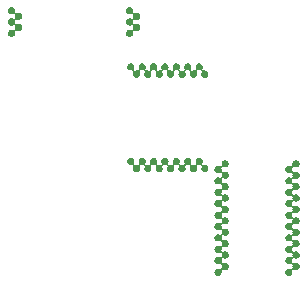
<source format=gbr>
G04 #@! TF.GenerationSoftware,KiCad,Pcbnew,(5.1.0)-1*
G04 #@! TF.CreationDate,2019-05-03T22:13:54-07:00*
G04 #@! TF.ProjectId,Miniscope-v4-FlexPC,4d696e69-7363-46f7-9065-2d76342d466c,rev?*
G04 #@! TF.SameCoordinates,PXff95b0PYe11130*
G04 #@! TF.FileFunction,Soldermask,Bot*
G04 #@! TF.FilePolarity,Negative*
%FSLAX46Y46*%
G04 Gerber Fmt 4.6, Leading zero omitted, Abs format (unit mm)*
G04 Created by KiCad (PCBNEW (5.1.0)-1) date 2019-05-03 22:13:54*
%MOMM*%
%LPD*%
G04 APERTURE LIST*
%ADD10C,0.100000*%
G04 APERTURE END LIST*
D10*
G36*
X24617804Y-13350380D02*
G01*
X24673310Y-13373371D01*
X24673312Y-13373372D01*
X24698459Y-13390175D01*
X24723265Y-13406750D01*
X24765750Y-13449235D01*
X24799129Y-13499190D01*
X24822120Y-13554696D01*
X24833840Y-13613618D01*
X24833840Y-13673702D01*
X24822120Y-13732624D01*
X24805005Y-13773944D01*
X24799128Y-13788132D01*
X24795951Y-13792886D01*
X24765844Y-13837945D01*
X24765749Y-13838086D01*
X24723266Y-13880569D01*
X24673312Y-13913948D01*
X24673311Y-13913949D01*
X24673310Y-13913949D01*
X24617804Y-13936940D01*
X24558882Y-13948660D01*
X24498798Y-13948660D01*
X24439878Y-13936941D01*
X24386405Y-13914792D01*
X24362956Y-13907680D01*
X24338570Y-13905278D01*
X24314184Y-13907680D01*
X24290735Y-13914794D01*
X24269124Y-13926345D01*
X24250182Y-13941890D01*
X24234637Y-13960832D01*
X24223086Y-13982443D01*
X24215974Y-14005892D01*
X24213572Y-14030278D01*
X24215974Y-14054663D01*
X24224240Y-14096218D01*
X24224240Y-14156300D01*
X24215974Y-14197857D01*
X24213572Y-14222244D01*
X24215974Y-14246630D01*
X24223087Y-14270079D01*
X24234638Y-14291689D01*
X24250184Y-14310631D01*
X24269126Y-14326176D01*
X24290737Y-14337727D01*
X24314185Y-14344840D01*
X24338572Y-14347242D01*
X24362958Y-14344840D01*
X24386406Y-14337727D01*
X24439876Y-14315579D01*
X24498798Y-14303859D01*
X24558882Y-14303859D01*
X24617804Y-14315579D01*
X24673310Y-14338570D01*
X24673312Y-14338571D01*
X24682694Y-14344840D01*
X24723265Y-14371949D01*
X24765750Y-14414434D01*
X24799129Y-14464389D01*
X24822120Y-14519895D01*
X24833840Y-14578817D01*
X24833840Y-14638901D01*
X24822120Y-14697823D01*
X24799129Y-14753329D01*
X24769162Y-14798178D01*
X24765749Y-14803285D01*
X24723266Y-14845768D01*
X24673312Y-14879147D01*
X24673311Y-14879148D01*
X24673310Y-14879148D01*
X24617804Y-14902139D01*
X24558882Y-14913859D01*
X24498798Y-14913859D01*
X24439878Y-14902140D01*
X24386405Y-14879991D01*
X24362956Y-14872879D01*
X24338570Y-14870477D01*
X24314184Y-14872879D01*
X24290735Y-14879993D01*
X24269124Y-14891544D01*
X24250182Y-14907089D01*
X24234637Y-14926031D01*
X24223086Y-14947642D01*
X24215974Y-14971091D01*
X24213572Y-14995477D01*
X24215974Y-15019862D01*
X24224240Y-15061417D01*
X24224240Y-15121499D01*
X24215974Y-15163056D01*
X24213572Y-15187443D01*
X24215974Y-15211829D01*
X24223087Y-15235278D01*
X24234638Y-15256888D01*
X24250184Y-15275830D01*
X24269126Y-15291375D01*
X24290737Y-15302926D01*
X24314185Y-15310039D01*
X24338572Y-15312441D01*
X24362958Y-15310039D01*
X24386406Y-15302926D01*
X24439876Y-15280778D01*
X24498798Y-15269058D01*
X24558882Y-15269058D01*
X24617804Y-15280778D01*
X24673310Y-15303769D01*
X24673312Y-15303770D01*
X24682694Y-15310039D01*
X24723265Y-15337148D01*
X24765750Y-15379633D01*
X24799129Y-15429588D01*
X24822120Y-15485094D01*
X24833840Y-15544016D01*
X24833840Y-15604100D01*
X24822120Y-15663022D01*
X24799129Y-15718528D01*
X24769162Y-15763377D01*
X24765749Y-15768484D01*
X24723266Y-15810967D01*
X24673312Y-15844346D01*
X24673311Y-15844347D01*
X24673310Y-15844347D01*
X24617804Y-15867338D01*
X24558882Y-15879058D01*
X24498798Y-15879058D01*
X24439878Y-15867339D01*
X24386405Y-15845190D01*
X24362956Y-15838078D01*
X24338570Y-15835676D01*
X24314184Y-15838078D01*
X24290735Y-15845192D01*
X24269124Y-15856743D01*
X24250182Y-15872288D01*
X24234637Y-15891230D01*
X24223086Y-15912841D01*
X24215974Y-15936290D01*
X24213572Y-15960676D01*
X24215974Y-15985061D01*
X24224240Y-16026616D01*
X24224240Y-16086698D01*
X24215974Y-16128255D01*
X24213572Y-16152642D01*
X24215974Y-16177028D01*
X24223087Y-16200477D01*
X24234638Y-16222087D01*
X24250184Y-16241029D01*
X24269126Y-16256574D01*
X24290737Y-16268125D01*
X24314185Y-16275238D01*
X24338572Y-16277640D01*
X24362958Y-16275238D01*
X24386406Y-16268125D01*
X24439876Y-16245977D01*
X24498798Y-16234257D01*
X24558882Y-16234257D01*
X24617804Y-16245977D01*
X24673310Y-16268968D01*
X24673312Y-16268969D01*
X24682694Y-16275238D01*
X24723265Y-16302347D01*
X24765750Y-16344832D01*
X24799129Y-16394787D01*
X24822120Y-16450293D01*
X24833840Y-16509215D01*
X24833840Y-16569299D01*
X24822120Y-16628221D01*
X24799129Y-16683727D01*
X24769162Y-16728576D01*
X24765749Y-16733683D01*
X24723266Y-16776166D01*
X24673312Y-16809545D01*
X24673311Y-16809546D01*
X24673310Y-16809546D01*
X24617804Y-16832537D01*
X24558882Y-16844257D01*
X24498798Y-16844257D01*
X24439878Y-16832538D01*
X24386405Y-16810389D01*
X24362956Y-16803277D01*
X24338570Y-16800875D01*
X24314184Y-16803277D01*
X24290735Y-16810391D01*
X24269124Y-16821942D01*
X24250182Y-16837487D01*
X24234637Y-16856429D01*
X24223086Y-16878040D01*
X24215974Y-16901489D01*
X24213572Y-16925875D01*
X24215974Y-16950260D01*
X24224240Y-16991815D01*
X24224240Y-17051897D01*
X24215974Y-17093454D01*
X24213572Y-17117841D01*
X24215974Y-17142227D01*
X24223087Y-17165676D01*
X24234638Y-17187286D01*
X24250184Y-17206228D01*
X24269126Y-17221773D01*
X24290737Y-17233324D01*
X24314185Y-17240437D01*
X24338572Y-17242839D01*
X24362958Y-17240437D01*
X24386406Y-17233324D01*
X24439876Y-17211176D01*
X24498798Y-17199456D01*
X24558882Y-17199456D01*
X24617804Y-17211176D01*
X24673310Y-17234167D01*
X24673312Y-17234168D01*
X24682694Y-17240437D01*
X24723265Y-17267546D01*
X24765750Y-17310031D01*
X24799129Y-17359986D01*
X24822120Y-17415492D01*
X24833840Y-17474414D01*
X24833840Y-17534498D01*
X24822120Y-17593420D01*
X24799129Y-17648926D01*
X24769162Y-17693775D01*
X24765749Y-17698882D01*
X24723266Y-17741365D01*
X24673312Y-17774744D01*
X24673311Y-17774745D01*
X24673310Y-17774745D01*
X24617804Y-17797736D01*
X24558882Y-17809456D01*
X24498798Y-17809456D01*
X24439878Y-17797737D01*
X24386405Y-17775588D01*
X24362956Y-17768476D01*
X24338570Y-17766074D01*
X24314184Y-17768476D01*
X24290735Y-17775590D01*
X24269124Y-17787141D01*
X24250182Y-17802686D01*
X24234637Y-17821628D01*
X24223086Y-17843239D01*
X24215974Y-17866688D01*
X24213572Y-17891074D01*
X24215974Y-17915459D01*
X24224240Y-17957014D01*
X24224240Y-18017096D01*
X24215974Y-18058653D01*
X24213572Y-18083040D01*
X24215974Y-18107426D01*
X24223087Y-18130875D01*
X24234638Y-18152485D01*
X24250184Y-18171427D01*
X24269126Y-18186972D01*
X24290737Y-18198523D01*
X24314185Y-18205636D01*
X24338572Y-18208038D01*
X24362958Y-18205636D01*
X24386406Y-18198523D01*
X24439876Y-18176375D01*
X24498798Y-18164655D01*
X24558882Y-18164655D01*
X24617804Y-18176375D01*
X24673310Y-18199366D01*
X24673312Y-18199367D01*
X24682694Y-18205636D01*
X24723265Y-18232745D01*
X24765750Y-18275230D01*
X24799129Y-18325185D01*
X24822120Y-18380691D01*
X24833840Y-18439613D01*
X24833840Y-18499697D01*
X24822120Y-18558619D01*
X24799129Y-18614125D01*
X24769162Y-18658974D01*
X24765749Y-18664081D01*
X24723266Y-18706564D01*
X24673312Y-18739943D01*
X24673311Y-18739944D01*
X24673310Y-18739944D01*
X24617804Y-18762935D01*
X24558882Y-18774655D01*
X24498798Y-18774655D01*
X24439878Y-18762936D01*
X24386405Y-18740787D01*
X24362956Y-18733675D01*
X24338570Y-18731273D01*
X24314184Y-18733675D01*
X24290735Y-18740789D01*
X24269124Y-18752340D01*
X24250182Y-18767885D01*
X24234637Y-18786827D01*
X24223086Y-18808438D01*
X24215974Y-18831887D01*
X24213572Y-18856273D01*
X24215974Y-18880658D01*
X24224240Y-18922213D01*
X24224240Y-18982295D01*
X24215974Y-19023852D01*
X24213572Y-19048239D01*
X24215974Y-19072625D01*
X24223087Y-19096074D01*
X24234638Y-19117684D01*
X24250184Y-19136626D01*
X24269126Y-19152171D01*
X24290737Y-19163722D01*
X24314185Y-19170835D01*
X24338572Y-19173237D01*
X24362958Y-19170835D01*
X24386406Y-19163722D01*
X24439876Y-19141574D01*
X24498798Y-19129854D01*
X24558882Y-19129854D01*
X24617804Y-19141574D01*
X24673310Y-19164565D01*
X24673312Y-19164566D01*
X24682694Y-19170835D01*
X24723265Y-19197944D01*
X24765750Y-19240429D01*
X24799129Y-19290384D01*
X24822120Y-19345890D01*
X24833840Y-19404812D01*
X24833840Y-19464896D01*
X24822120Y-19523818D01*
X24799129Y-19579324D01*
X24769162Y-19624173D01*
X24765749Y-19629280D01*
X24723266Y-19671763D01*
X24673312Y-19705142D01*
X24673311Y-19705143D01*
X24673310Y-19705143D01*
X24617804Y-19728134D01*
X24558882Y-19739854D01*
X24498798Y-19739854D01*
X24439878Y-19728135D01*
X24386405Y-19705986D01*
X24362956Y-19698874D01*
X24338570Y-19696472D01*
X24314184Y-19698874D01*
X24290735Y-19705988D01*
X24269124Y-19717539D01*
X24250182Y-19733084D01*
X24234637Y-19752026D01*
X24223086Y-19773637D01*
X24215974Y-19797086D01*
X24213572Y-19821472D01*
X24215974Y-19845857D01*
X24224240Y-19887412D01*
X24224240Y-19947494D01*
X24215974Y-19989051D01*
X24213572Y-20013438D01*
X24215974Y-20037824D01*
X24223087Y-20061273D01*
X24234638Y-20082883D01*
X24250184Y-20101825D01*
X24269126Y-20117370D01*
X24290737Y-20128921D01*
X24314185Y-20136034D01*
X24338572Y-20138436D01*
X24362958Y-20136034D01*
X24386406Y-20128921D01*
X24439876Y-20106773D01*
X24498798Y-20095053D01*
X24558882Y-20095053D01*
X24617804Y-20106773D01*
X24673310Y-20129764D01*
X24673312Y-20129765D01*
X24682694Y-20136034D01*
X24723265Y-20163143D01*
X24765750Y-20205628D01*
X24799129Y-20255583D01*
X24822120Y-20311089D01*
X24833840Y-20370011D01*
X24833840Y-20430095D01*
X24822120Y-20489017D01*
X24799129Y-20544523D01*
X24769162Y-20589372D01*
X24765749Y-20594479D01*
X24723266Y-20636962D01*
X24673312Y-20670341D01*
X24673311Y-20670342D01*
X24673310Y-20670342D01*
X24617804Y-20693333D01*
X24558882Y-20705053D01*
X24498798Y-20705053D01*
X24439878Y-20693334D01*
X24386405Y-20671185D01*
X24362956Y-20664073D01*
X24338570Y-20661671D01*
X24314184Y-20664073D01*
X24290735Y-20671187D01*
X24269124Y-20682738D01*
X24250182Y-20698283D01*
X24234637Y-20717225D01*
X24223086Y-20738836D01*
X24215974Y-20762285D01*
X24213572Y-20786671D01*
X24215974Y-20811056D01*
X24224240Y-20852611D01*
X24224240Y-20912693D01*
X24215974Y-20954250D01*
X24213572Y-20978637D01*
X24215974Y-21003023D01*
X24223087Y-21026472D01*
X24234638Y-21048082D01*
X24250184Y-21067024D01*
X24269126Y-21082569D01*
X24290737Y-21094120D01*
X24314185Y-21101233D01*
X24338572Y-21103635D01*
X24362958Y-21101233D01*
X24386406Y-21094120D01*
X24439876Y-21071972D01*
X24498798Y-21060252D01*
X24558882Y-21060252D01*
X24617804Y-21071972D01*
X24673310Y-21094963D01*
X24673312Y-21094964D01*
X24682694Y-21101233D01*
X24723265Y-21128342D01*
X24765750Y-21170827D01*
X24799129Y-21220782D01*
X24822120Y-21276288D01*
X24833840Y-21335210D01*
X24833840Y-21395294D01*
X24822120Y-21454216D01*
X24799129Y-21509722D01*
X24769162Y-21554571D01*
X24765749Y-21559678D01*
X24723266Y-21602161D01*
X24673312Y-21635540D01*
X24673311Y-21635541D01*
X24673310Y-21635541D01*
X24617804Y-21658532D01*
X24558882Y-21670252D01*
X24498798Y-21670252D01*
X24439878Y-21658533D01*
X24386405Y-21636384D01*
X24362956Y-21629272D01*
X24338570Y-21626870D01*
X24314184Y-21629272D01*
X24290735Y-21636386D01*
X24269124Y-21647937D01*
X24250182Y-21663482D01*
X24234637Y-21682424D01*
X24223086Y-21704035D01*
X24215974Y-21727484D01*
X24213572Y-21751870D01*
X24215974Y-21776255D01*
X24224240Y-21817810D01*
X24224240Y-21877892D01*
X24215974Y-21919449D01*
X24213572Y-21943836D01*
X24215974Y-21968222D01*
X24223087Y-21991671D01*
X24234638Y-22013281D01*
X24250184Y-22032223D01*
X24269126Y-22047768D01*
X24290737Y-22059319D01*
X24314185Y-22066432D01*
X24338572Y-22068834D01*
X24362958Y-22066432D01*
X24386406Y-22059319D01*
X24439876Y-22037171D01*
X24498798Y-22025451D01*
X24558882Y-22025451D01*
X24617804Y-22037171D01*
X24673310Y-22060162D01*
X24673312Y-22060163D01*
X24682694Y-22066432D01*
X24723265Y-22093541D01*
X24765750Y-22136026D01*
X24799129Y-22185981D01*
X24822120Y-22241487D01*
X24833840Y-22300409D01*
X24833840Y-22360493D01*
X24822120Y-22419415D01*
X24799129Y-22474921D01*
X24769162Y-22519770D01*
X24765749Y-22524877D01*
X24723266Y-22567360D01*
X24673312Y-22600739D01*
X24673311Y-22600740D01*
X24673310Y-22600740D01*
X24617804Y-22623731D01*
X24558882Y-22635451D01*
X24498798Y-22635451D01*
X24439878Y-22623732D01*
X24386405Y-22601583D01*
X24362956Y-22594471D01*
X24338570Y-22592069D01*
X24314184Y-22594471D01*
X24290735Y-22601585D01*
X24269124Y-22613136D01*
X24250182Y-22628681D01*
X24234637Y-22647623D01*
X24223086Y-22669234D01*
X24215974Y-22692683D01*
X24213572Y-22717069D01*
X24215974Y-22741454D01*
X24224240Y-22783009D01*
X24224240Y-22843092D01*
X24212520Y-22902014D01*
X24189529Y-22957520D01*
X24189528Y-22957522D01*
X24156149Y-23007476D01*
X24113666Y-23049959D01*
X24063712Y-23083338D01*
X24063711Y-23083339D01*
X24063710Y-23083339D01*
X24008204Y-23106330D01*
X23949282Y-23118050D01*
X23889198Y-23118050D01*
X23830276Y-23106330D01*
X23774770Y-23083339D01*
X23774769Y-23083339D01*
X23774768Y-23083338D01*
X23724814Y-23049959D01*
X23682331Y-23007476D01*
X23648952Y-22957522D01*
X23648951Y-22957520D01*
X23625960Y-22902014D01*
X23614240Y-22843092D01*
X23614240Y-22783008D01*
X23625960Y-22724086D01*
X23648951Y-22668580D01*
X23682330Y-22618625D01*
X23724815Y-22576140D01*
X23765388Y-22549030D01*
X23774768Y-22542762D01*
X23774770Y-22542761D01*
X23830276Y-22519770D01*
X23889198Y-22508050D01*
X23949282Y-22508050D01*
X24008202Y-22519769D01*
X24061675Y-22541918D01*
X24085124Y-22549030D01*
X24109510Y-22551432D01*
X24133896Y-22549030D01*
X24157345Y-22541916D01*
X24178956Y-22530365D01*
X24197898Y-22514820D01*
X24213443Y-22495878D01*
X24224994Y-22474267D01*
X24232106Y-22450818D01*
X24234508Y-22426432D01*
X24232106Y-22402047D01*
X24223840Y-22360492D01*
X24223840Y-22300410D01*
X24232106Y-22258853D01*
X24234508Y-22234466D01*
X24232106Y-22210080D01*
X24224993Y-22186631D01*
X24213442Y-22165021D01*
X24197896Y-22146079D01*
X24178954Y-22130534D01*
X24157343Y-22118983D01*
X24133895Y-22111870D01*
X24109508Y-22109468D01*
X24085122Y-22111870D01*
X24061674Y-22118983D01*
X24008204Y-22141131D01*
X23949282Y-22152851D01*
X23889198Y-22152851D01*
X23830276Y-22141131D01*
X23774770Y-22118140D01*
X23774769Y-22118140D01*
X23774768Y-22118139D01*
X23724814Y-22084760D01*
X23682331Y-22042277D01*
X23648952Y-21992323D01*
X23638969Y-21968222D01*
X23625960Y-21936815D01*
X23614240Y-21877893D01*
X23614240Y-21817809D01*
X23625960Y-21758887D01*
X23648951Y-21703381D01*
X23682330Y-21653426D01*
X23724815Y-21610941D01*
X23765388Y-21583831D01*
X23774768Y-21577563D01*
X23774770Y-21577562D01*
X23830276Y-21554571D01*
X23889198Y-21542851D01*
X23949282Y-21542851D01*
X24008202Y-21554570D01*
X24061675Y-21576719D01*
X24085124Y-21583831D01*
X24109510Y-21586233D01*
X24133896Y-21583831D01*
X24157345Y-21576717D01*
X24178956Y-21565166D01*
X24197898Y-21549621D01*
X24213443Y-21530679D01*
X24224994Y-21509068D01*
X24232106Y-21485619D01*
X24234508Y-21461233D01*
X24232106Y-21436848D01*
X24223840Y-21395293D01*
X24223840Y-21335211D01*
X24232106Y-21293654D01*
X24234508Y-21269267D01*
X24232106Y-21244881D01*
X24224993Y-21221432D01*
X24213442Y-21199822D01*
X24197896Y-21180880D01*
X24178954Y-21165335D01*
X24157343Y-21153784D01*
X24133895Y-21146671D01*
X24109508Y-21144269D01*
X24085122Y-21146671D01*
X24061674Y-21153784D01*
X24008204Y-21175932D01*
X23949282Y-21187652D01*
X23889198Y-21187652D01*
X23830276Y-21175932D01*
X23774770Y-21152941D01*
X23774769Y-21152941D01*
X23774768Y-21152940D01*
X23724814Y-21119561D01*
X23682331Y-21077078D01*
X23648952Y-21027124D01*
X23638969Y-21003023D01*
X23625960Y-20971616D01*
X23614240Y-20912694D01*
X23614240Y-20852610D01*
X23625960Y-20793688D01*
X23648951Y-20738182D01*
X23682330Y-20688227D01*
X23724815Y-20645742D01*
X23765388Y-20618632D01*
X23774768Y-20612364D01*
X23774770Y-20612363D01*
X23830276Y-20589372D01*
X23889198Y-20577652D01*
X23949282Y-20577652D01*
X24008202Y-20589371D01*
X24061675Y-20611520D01*
X24085124Y-20618632D01*
X24109510Y-20621034D01*
X24133896Y-20618632D01*
X24157345Y-20611518D01*
X24178956Y-20599967D01*
X24197898Y-20584422D01*
X24213443Y-20565480D01*
X24224994Y-20543869D01*
X24232106Y-20520420D01*
X24234508Y-20496034D01*
X24232106Y-20471649D01*
X24223840Y-20430094D01*
X24223840Y-20370012D01*
X24232106Y-20328455D01*
X24234508Y-20304068D01*
X24232106Y-20279682D01*
X24224993Y-20256233D01*
X24213442Y-20234623D01*
X24197896Y-20215681D01*
X24178954Y-20200136D01*
X24157343Y-20188585D01*
X24133895Y-20181472D01*
X24109508Y-20179070D01*
X24085122Y-20181472D01*
X24061674Y-20188585D01*
X24008204Y-20210733D01*
X23949282Y-20222453D01*
X23889198Y-20222453D01*
X23830276Y-20210733D01*
X23774770Y-20187742D01*
X23774769Y-20187742D01*
X23774768Y-20187741D01*
X23724814Y-20154362D01*
X23682331Y-20111879D01*
X23648952Y-20061925D01*
X23638969Y-20037824D01*
X23625960Y-20006417D01*
X23614240Y-19947495D01*
X23614240Y-19887411D01*
X23625960Y-19828489D01*
X23648951Y-19772983D01*
X23682330Y-19723028D01*
X23724815Y-19680543D01*
X23765388Y-19653433D01*
X23774768Y-19647165D01*
X23774770Y-19647164D01*
X23830276Y-19624173D01*
X23889198Y-19612453D01*
X23949282Y-19612453D01*
X24008202Y-19624172D01*
X24061675Y-19646321D01*
X24085124Y-19653433D01*
X24109510Y-19655835D01*
X24133896Y-19653433D01*
X24157345Y-19646319D01*
X24178956Y-19634768D01*
X24197898Y-19619223D01*
X24213443Y-19600281D01*
X24224994Y-19578670D01*
X24232106Y-19555221D01*
X24234508Y-19530835D01*
X24232106Y-19506450D01*
X24223840Y-19464895D01*
X24223840Y-19404813D01*
X24232106Y-19363256D01*
X24234508Y-19338869D01*
X24232106Y-19314483D01*
X24224993Y-19291034D01*
X24213442Y-19269424D01*
X24197896Y-19250482D01*
X24178954Y-19234937D01*
X24157343Y-19223386D01*
X24133895Y-19216273D01*
X24109508Y-19213871D01*
X24085122Y-19216273D01*
X24061674Y-19223386D01*
X24008204Y-19245534D01*
X23949282Y-19257254D01*
X23889198Y-19257254D01*
X23830276Y-19245534D01*
X23774770Y-19222543D01*
X23774769Y-19222543D01*
X23774768Y-19222542D01*
X23724814Y-19189163D01*
X23682331Y-19146680D01*
X23648952Y-19096726D01*
X23638969Y-19072625D01*
X23625960Y-19041218D01*
X23614240Y-18982296D01*
X23614240Y-18922212D01*
X23625960Y-18863290D01*
X23648951Y-18807784D01*
X23682330Y-18757829D01*
X23724815Y-18715344D01*
X23765388Y-18688234D01*
X23774768Y-18681966D01*
X23774770Y-18681965D01*
X23830276Y-18658974D01*
X23889198Y-18647254D01*
X23949282Y-18647254D01*
X24008202Y-18658973D01*
X24061675Y-18681122D01*
X24085124Y-18688234D01*
X24109510Y-18690636D01*
X24133896Y-18688234D01*
X24157345Y-18681120D01*
X24178956Y-18669569D01*
X24197898Y-18654024D01*
X24213443Y-18635082D01*
X24224994Y-18613471D01*
X24232106Y-18590022D01*
X24234508Y-18565636D01*
X24232106Y-18541251D01*
X24223840Y-18499696D01*
X24223840Y-18439614D01*
X24232106Y-18398057D01*
X24234508Y-18373670D01*
X24232106Y-18349284D01*
X24224993Y-18325835D01*
X24213442Y-18304225D01*
X24197896Y-18285283D01*
X24178954Y-18269738D01*
X24157343Y-18258187D01*
X24133895Y-18251074D01*
X24109508Y-18248672D01*
X24085122Y-18251074D01*
X24061674Y-18258187D01*
X24008204Y-18280335D01*
X23949282Y-18292055D01*
X23889198Y-18292055D01*
X23830276Y-18280335D01*
X23774770Y-18257344D01*
X23774769Y-18257344D01*
X23774768Y-18257343D01*
X23724814Y-18223964D01*
X23682331Y-18181481D01*
X23648952Y-18131527D01*
X23638969Y-18107426D01*
X23625960Y-18076019D01*
X23614240Y-18017097D01*
X23614240Y-17957013D01*
X23625960Y-17898091D01*
X23648951Y-17842585D01*
X23682330Y-17792630D01*
X23724815Y-17750145D01*
X23765388Y-17723035D01*
X23774768Y-17716767D01*
X23774770Y-17716766D01*
X23830276Y-17693775D01*
X23889198Y-17682055D01*
X23949282Y-17682055D01*
X24008202Y-17693774D01*
X24061675Y-17715923D01*
X24085124Y-17723035D01*
X24109510Y-17725437D01*
X24133896Y-17723035D01*
X24157345Y-17715921D01*
X24178956Y-17704370D01*
X24197898Y-17688825D01*
X24213443Y-17669883D01*
X24224994Y-17648272D01*
X24232106Y-17624823D01*
X24234508Y-17600437D01*
X24232106Y-17576052D01*
X24223840Y-17534497D01*
X24223840Y-17474415D01*
X24232106Y-17432858D01*
X24234508Y-17408471D01*
X24232106Y-17384085D01*
X24224993Y-17360636D01*
X24213442Y-17339026D01*
X24197896Y-17320084D01*
X24178954Y-17304539D01*
X24157343Y-17292988D01*
X24133895Y-17285875D01*
X24109508Y-17283473D01*
X24085122Y-17285875D01*
X24061674Y-17292988D01*
X24008204Y-17315136D01*
X23949282Y-17326856D01*
X23889198Y-17326856D01*
X23830276Y-17315136D01*
X23774770Y-17292145D01*
X23774769Y-17292145D01*
X23774768Y-17292144D01*
X23724814Y-17258765D01*
X23682331Y-17216282D01*
X23648952Y-17166328D01*
X23638969Y-17142227D01*
X23625960Y-17110820D01*
X23614240Y-17051898D01*
X23614240Y-16991814D01*
X23625960Y-16932892D01*
X23648951Y-16877386D01*
X23682330Y-16827431D01*
X23724815Y-16784946D01*
X23765388Y-16757836D01*
X23774768Y-16751568D01*
X23774770Y-16751567D01*
X23830276Y-16728576D01*
X23889198Y-16716856D01*
X23949282Y-16716856D01*
X24008202Y-16728575D01*
X24061675Y-16750724D01*
X24085124Y-16757836D01*
X24109510Y-16760238D01*
X24133896Y-16757836D01*
X24157345Y-16750722D01*
X24178956Y-16739171D01*
X24197898Y-16723626D01*
X24213443Y-16704684D01*
X24224994Y-16683073D01*
X24232106Y-16659624D01*
X24234508Y-16635238D01*
X24232106Y-16610853D01*
X24223840Y-16569298D01*
X24223840Y-16509216D01*
X24232106Y-16467659D01*
X24234508Y-16443272D01*
X24232106Y-16418886D01*
X24224993Y-16395437D01*
X24213442Y-16373827D01*
X24197896Y-16354885D01*
X24178954Y-16339340D01*
X24157343Y-16327789D01*
X24133895Y-16320676D01*
X24109508Y-16318274D01*
X24085122Y-16320676D01*
X24061674Y-16327789D01*
X24008204Y-16349937D01*
X23949282Y-16361657D01*
X23889198Y-16361657D01*
X23830276Y-16349937D01*
X23774770Y-16326946D01*
X23774769Y-16326946D01*
X23774768Y-16326945D01*
X23724814Y-16293566D01*
X23682331Y-16251083D01*
X23648952Y-16201129D01*
X23638969Y-16177028D01*
X23625960Y-16145621D01*
X23614240Y-16086699D01*
X23614240Y-16026615D01*
X23625960Y-15967693D01*
X23648951Y-15912187D01*
X23682330Y-15862232D01*
X23724815Y-15819747D01*
X23765388Y-15792637D01*
X23774768Y-15786369D01*
X23774770Y-15786368D01*
X23830276Y-15763377D01*
X23889198Y-15751657D01*
X23949282Y-15751657D01*
X24008202Y-15763376D01*
X24061675Y-15785525D01*
X24085124Y-15792637D01*
X24109510Y-15795039D01*
X24133896Y-15792637D01*
X24157345Y-15785523D01*
X24178956Y-15773972D01*
X24197898Y-15758427D01*
X24213443Y-15739485D01*
X24224994Y-15717874D01*
X24232106Y-15694425D01*
X24234508Y-15670039D01*
X24232106Y-15645654D01*
X24223840Y-15604099D01*
X24223840Y-15544017D01*
X24232106Y-15502460D01*
X24234508Y-15478073D01*
X24232106Y-15453687D01*
X24224993Y-15430238D01*
X24213442Y-15408628D01*
X24197896Y-15389686D01*
X24178954Y-15374141D01*
X24157343Y-15362590D01*
X24133895Y-15355477D01*
X24109508Y-15353075D01*
X24085122Y-15355477D01*
X24061674Y-15362590D01*
X24008204Y-15384738D01*
X23949282Y-15396458D01*
X23889198Y-15396458D01*
X23830276Y-15384738D01*
X23774770Y-15361747D01*
X23774769Y-15361747D01*
X23774768Y-15361746D01*
X23724814Y-15328367D01*
X23682331Y-15285884D01*
X23648952Y-15235930D01*
X23638969Y-15211829D01*
X23625960Y-15180422D01*
X23614240Y-15121500D01*
X23614240Y-15061416D01*
X23625960Y-15002494D01*
X23648951Y-14946988D01*
X23682330Y-14897033D01*
X23724815Y-14854548D01*
X23765388Y-14827438D01*
X23774768Y-14821170D01*
X23774770Y-14821169D01*
X23830276Y-14798178D01*
X23889198Y-14786458D01*
X23949282Y-14786458D01*
X24008202Y-14798177D01*
X24061675Y-14820326D01*
X24085124Y-14827438D01*
X24109510Y-14829840D01*
X24133896Y-14827438D01*
X24157345Y-14820324D01*
X24178956Y-14808773D01*
X24197898Y-14793228D01*
X24213443Y-14774286D01*
X24224994Y-14752675D01*
X24232106Y-14729226D01*
X24234508Y-14704840D01*
X24232106Y-14680455D01*
X24223840Y-14638900D01*
X24223840Y-14578818D01*
X24232106Y-14537261D01*
X24234508Y-14512874D01*
X24232106Y-14488488D01*
X24224993Y-14465039D01*
X24213442Y-14443429D01*
X24197896Y-14424487D01*
X24178954Y-14408942D01*
X24157343Y-14397391D01*
X24133895Y-14390278D01*
X24109508Y-14387876D01*
X24085122Y-14390278D01*
X24061674Y-14397391D01*
X24008204Y-14419539D01*
X23949282Y-14431259D01*
X23889198Y-14431259D01*
X23830276Y-14419539D01*
X23774770Y-14396548D01*
X23774769Y-14396548D01*
X23774768Y-14396547D01*
X23724814Y-14363168D01*
X23682331Y-14320685D01*
X23648952Y-14270731D01*
X23638969Y-14246630D01*
X23625960Y-14215223D01*
X23614240Y-14156301D01*
X23614240Y-14096217D01*
X23625960Y-14037295D01*
X23648951Y-13981789D01*
X23682330Y-13931834D01*
X23724815Y-13889349D01*
X23761793Y-13864641D01*
X23774768Y-13855971D01*
X23774770Y-13855970D01*
X23830276Y-13832979D01*
X23889198Y-13821259D01*
X23949282Y-13821259D01*
X24008202Y-13832978D01*
X24061675Y-13855127D01*
X24085124Y-13862239D01*
X24109510Y-13864641D01*
X24133896Y-13862239D01*
X24157345Y-13855125D01*
X24178956Y-13843574D01*
X24197898Y-13828029D01*
X24213443Y-13809087D01*
X24224994Y-13787476D01*
X24232106Y-13764027D01*
X24234508Y-13739641D01*
X24232106Y-13715256D01*
X24223840Y-13673701D01*
X24223840Y-13613618D01*
X24235560Y-13554696D01*
X24258551Y-13499190D01*
X24291930Y-13449235D01*
X24334415Y-13406750D01*
X24359221Y-13390175D01*
X24384368Y-13373372D01*
X24384370Y-13373371D01*
X24439876Y-13350380D01*
X24498798Y-13338660D01*
X24558882Y-13338660D01*
X24617804Y-13350380D01*
X24617804Y-13350380D01*
G37*
G36*
X18617804Y-13350380D02*
G01*
X18673310Y-13373371D01*
X18673312Y-13373372D01*
X18698459Y-13390175D01*
X18723265Y-13406750D01*
X18765750Y-13449235D01*
X18799129Y-13499190D01*
X18822120Y-13554696D01*
X18833840Y-13613618D01*
X18833840Y-13673702D01*
X18822120Y-13732624D01*
X18805005Y-13773944D01*
X18799128Y-13788132D01*
X18795951Y-13792886D01*
X18765844Y-13837945D01*
X18765749Y-13838086D01*
X18723266Y-13880569D01*
X18673312Y-13913948D01*
X18673311Y-13913949D01*
X18673310Y-13913949D01*
X18617804Y-13936940D01*
X18558882Y-13948660D01*
X18498798Y-13948660D01*
X18439878Y-13936941D01*
X18386405Y-13914792D01*
X18362956Y-13907680D01*
X18338570Y-13905278D01*
X18314184Y-13907680D01*
X18290735Y-13914794D01*
X18269124Y-13926345D01*
X18250182Y-13941890D01*
X18234637Y-13960832D01*
X18223086Y-13982443D01*
X18215974Y-14005892D01*
X18213572Y-14030278D01*
X18215974Y-14054663D01*
X18224240Y-14096218D01*
X18224240Y-14156300D01*
X18215974Y-14197857D01*
X18213572Y-14222244D01*
X18215974Y-14246630D01*
X18223087Y-14270079D01*
X18234638Y-14291689D01*
X18250184Y-14310631D01*
X18269126Y-14326176D01*
X18290737Y-14337727D01*
X18314185Y-14344840D01*
X18338572Y-14347242D01*
X18362958Y-14344840D01*
X18386406Y-14337727D01*
X18439876Y-14315579D01*
X18498798Y-14303859D01*
X18558882Y-14303859D01*
X18617804Y-14315579D01*
X18673310Y-14338570D01*
X18673312Y-14338571D01*
X18682694Y-14344840D01*
X18723265Y-14371949D01*
X18765750Y-14414434D01*
X18799129Y-14464389D01*
X18822120Y-14519895D01*
X18833840Y-14578817D01*
X18833840Y-14638901D01*
X18822120Y-14697823D01*
X18799129Y-14753329D01*
X18769162Y-14798178D01*
X18765749Y-14803285D01*
X18723266Y-14845768D01*
X18673312Y-14879147D01*
X18673311Y-14879148D01*
X18673310Y-14879148D01*
X18617804Y-14902139D01*
X18558882Y-14913859D01*
X18498798Y-14913859D01*
X18439878Y-14902140D01*
X18386405Y-14879991D01*
X18362956Y-14872879D01*
X18338570Y-14870477D01*
X18314184Y-14872879D01*
X18290735Y-14879993D01*
X18269124Y-14891544D01*
X18250182Y-14907089D01*
X18234637Y-14926031D01*
X18223086Y-14947642D01*
X18215974Y-14971091D01*
X18213572Y-14995477D01*
X18215974Y-15019862D01*
X18224240Y-15061417D01*
X18224240Y-15121499D01*
X18215974Y-15163056D01*
X18213572Y-15187443D01*
X18215974Y-15211829D01*
X18223087Y-15235278D01*
X18234638Y-15256888D01*
X18250184Y-15275830D01*
X18269126Y-15291375D01*
X18290737Y-15302926D01*
X18314185Y-15310039D01*
X18338572Y-15312441D01*
X18362958Y-15310039D01*
X18386406Y-15302926D01*
X18439876Y-15280778D01*
X18498798Y-15269058D01*
X18558882Y-15269058D01*
X18617804Y-15280778D01*
X18673310Y-15303769D01*
X18673312Y-15303770D01*
X18682694Y-15310039D01*
X18723265Y-15337148D01*
X18765750Y-15379633D01*
X18799129Y-15429588D01*
X18822120Y-15485094D01*
X18833840Y-15544016D01*
X18833840Y-15604100D01*
X18822120Y-15663022D01*
X18799129Y-15718528D01*
X18769162Y-15763377D01*
X18765749Y-15768484D01*
X18723266Y-15810967D01*
X18673312Y-15844346D01*
X18673311Y-15844347D01*
X18673310Y-15844347D01*
X18617804Y-15867338D01*
X18558882Y-15879058D01*
X18498798Y-15879058D01*
X18439878Y-15867339D01*
X18386405Y-15845190D01*
X18362956Y-15838078D01*
X18338570Y-15835676D01*
X18314184Y-15838078D01*
X18290735Y-15845192D01*
X18269124Y-15856743D01*
X18250182Y-15872288D01*
X18234637Y-15891230D01*
X18223086Y-15912841D01*
X18215974Y-15936290D01*
X18213572Y-15960676D01*
X18215974Y-15985061D01*
X18224240Y-16026616D01*
X18224240Y-16086698D01*
X18215974Y-16128255D01*
X18213572Y-16152642D01*
X18215974Y-16177028D01*
X18223087Y-16200477D01*
X18234638Y-16222087D01*
X18250184Y-16241029D01*
X18269126Y-16256574D01*
X18290737Y-16268125D01*
X18314185Y-16275238D01*
X18338572Y-16277640D01*
X18362958Y-16275238D01*
X18386406Y-16268125D01*
X18439876Y-16245977D01*
X18498798Y-16234257D01*
X18558882Y-16234257D01*
X18617804Y-16245977D01*
X18673310Y-16268968D01*
X18673312Y-16268969D01*
X18682694Y-16275238D01*
X18723265Y-16302347D01*
X18765750Y-16344832D01*
X18799129Y-16394787D01*
X18822120Y-16450293D01*
X18833840Y-16509215D01*
X18833840Y-16569299D01*
X18822120Y-16628221D01*
X18799129Y-16683727D01*
X18769162Y-16728576D01*
X18765749Y-16733683D01*
X18723266Y-16776166D01*
X18673312Y-16809545D01*
X18673311Y-16809546D01*
X18673310Y-16809546D01*
X18617804Y-16832537D01*
X18558882Y-16844257D01*
X18498798Y-16844257D01*
X18439878Y-16832538D01*
X18386405Y-16810389D01*
X18362956Y-16803277D01*
X18338570Y-16800875D01*
X18314184Y-16803277D01*
X18290735Y-16810391D01*
X18269124Y-16821942D01*
X18250182Y-16837487D01*
X18234637Y-16856429D01*
X18223086Y-16878040D01*
X18215974Y-16901489D01*
X18213572Y-16925875D01*
X18215974Y-16950260D01*
X18224240Y-16991815D01*
X18224240Y-17051897D01*
X18215974Y-17093454D01*
X18213572Y-17117841D01*
X18215974Y-17142227D01*
X18223087Y-17165676D01*
X18234638Y-17187286D01*
X18250184Y-17206228D01*
X18269126Y-17221773D01*
X18290737Y-17233324D01*
X18314185Y-17240437D01*
X18338572Y-17242839D01*
X18362958Y-17240437D01*
X18386406Y-17233324D01*
X18439876Y-17211176D01*
X18498798Y-17199456D01*
X18558882Y-17199456D01*
X18617804Y-17211176D01*
X18673310Y-17234167D01*
X18673312Y-17234168D01*
X18682694Y-17240437D01*
X18723265Y-17267546D01*
X18765750Y-17310031D01*
X18799129Y-17359986D01*
X18822120Y-17415492D01*
X18833840Y-17474414D01*
X18833840Y-17534498D01*
X18822120Y-17593420D01*
X18799129Y-17648926D01*
X18769162Y-17693775D01*
X18765749Y-17698882D01*
X18723266Y-17741365D01*
X18673312Y-17774744D01*
X18673311Y-17774745D01*
X18673310Y-17774745D01*
X18617804Y-17797736D01*
X18558882Y-17809456D01*
X18498798Y-17809456D01*
X18439878Y-17797737D01*
X18386405Y-17775588D01*
X18362956Y-17768476D01*
X18338570Y-17766074D01*
X18314184Y-17768476D01*
X18290735Y-17775590D01*
X18269124Y-17787141D01*
X18250182Y-17802686D01*
X18234637Y-17821628D01*
X18223086Y-17843239D01*
X18215974Y-17866688D01*
X18213572Y-17891074D01*
X18215974Y-17915459D01*
X18224240Y-17957014D01*
X18224240Y-18017096D01*
X18215974Y-18058653D01*
X18213572Y-18083040D01*
X18215974Y-18107426D01*
X18223087Y-18130875D01*
X18234638Y-18152485D01*
X18250184Y-18171427D01*
X18269126Y-18186972D01*
X18290737Y-18198523D01*
X18314185Y-18205636D01*
X18338572Y-18208038D01*
X18362958Y-18205636D01*
X18386406Y-18198523D01*
X18439876Y-18176375D01*
X18498798Y-18164655D01*
X18558882Y-18164655D01*
X18617804Y-18176375D01*
X18673310Y-18199366D01*
X18673312Y-18199367D01*
X18682694Y-18205636D01*
X18723265Y-18232745D01*
X18765750Y-18275230D01*
X18799129Y-18325185D01*
X18822120Y-18380691D01*
X18833840Y-18439613D01*
X18833840Y-18499697D01*
X18822120Y-18558619D01*
X18799129Y-18614125D01*
X18769162Y-18658974D01*
X18765749Y-18664081D01*
X18723266Y-18706564D01*
X18673312Y-18739943D01*
X18673311Y-18739944D01*
X18673310Y-18739944D01*
X18617804Y-18762935D01*
X18558882Y-18774655D01*
X18498798Y-18774655D01*
X18439878Y-18762936D01*
X18386405Y-18740787D01*
X18362956Y-18733675D01*
X18338570Y-18731273D01*
X18314184Y-18733675D01*
X18290735Y-18740789D01*
X18269124Y-18752340D01*
X18250182Y-18767885D01*
X18234637Y-18786827D01*
X18223086Y-18808438D01*
X18215974Y-18831887D01*
X18213572Y-18856273D01*
X18215974Y-18880658D01*
X18224240Y-18922213D01*
X18224240Y-18982295D01*
X18215974Y-19023852D01*
X18213572Y-19048239D01*
X18215974Y-19072625D01*
X18223087Y-19096074D01*
X18234638Y-19117684D01*
X18250184Y-19136626D01*
X18269126Y-19152171D01*
X18290737Y-19163722D01*
X18314185Y-19170835D01*
X18338572Y-19173237D01*
X18362958Y-19170835D01*
X18386406Y-19163722D01*
X18439876Y-19141574D01*
X18498798Y-19129854D01*
X18558882Y-19129854D01*
X18617804Y-19141574D01*
X18673310Y-19164565D01*
X18673312Y-19164566D01*
X18682694Y-19170835D01*
X18723265Y-19197944D01*
X18765750Y-19240429D01*
X18799129Y-19290384D01*
X18822120Y-19345890D01*
X18833840Y-19404812D01*
X18833840Y-19464896D01*
X18822120Y-19523818D01*
X18799129Y-19579324D01*
X18769162Y-19624173D01*
X18765749Y-19629280D01*
X18723266Y-19671763D01*
X18673312Y-19705142D01*
X18673311Y-19705143D01*
X18673310Y-19705143D01*
X18617804Y-19728134D01*
X18558882Y-19739854D01*
X18498798Y-19739854D01*
X18439878Y-19728135D01*
X18386405Y-19705986D01*
X18362956Y-19698874D01*
X18338570Y-19696472D01*
X18314184Y-19698874D01*
X18290735Y-19705988D01*
X18269124Y-19717539D01*
X18250182Y-19733084D01*
X18234637Y-19752026D01*
X18223086Y-19773637D01*
X18215974Y-19797086D01*
X18213572Y-19821472D01*
X18215974Y-19845857D01*
X18224240Y-19887412D01*
X18224240Y-19947494D01*
X18215974Y-19989051D01*
X18213572Y-20013438D01*
X18215974Y-20037824D01*
X18223087Y-20061273D01*
X18234638Y-20082883D01*
X18250184Y-20101825D01*
X18269126Y-20117370D01*
X18290737Y-20128921D01*
X18314185Y-20136034D01*
X18338572Y-20138436D01*
X18362958Y-20136034D01*
X18386406Y-20128921D01*
X18439876Y-20106773D01*
X18498798Y-20095053D01*
X18558882Y-20095053D01*
X18617804Y-20106773D01*
X18673310Y-20129764D01*
X18673312Y-20129765D01*
X18682694Y-20136034D01*
X18723265Y-20163143D01*
X18765750Y-20205628D01*
X18799129Y-20255583D01*
X18822120Y-20311089D01*
X18833840Y-20370011D01*
X18833840Y-20430095D01*
X18822120Y-20489017D01*
X18799129Y-20544523D01*
X18769162Y-20589372D01*
X18765749Y-20594479D01*
X18723266Y-20636962D01*
X18673312Y-20670341D01*
X18673311Y-20670342D01*
X18673310Y-20670342D01*
X18617804Y-20693333D01*
X18558882Y-20705053D01*
X18498798Y-20705053D01*
X18439878Y-20693334D01*
X18386405Y-20671185D01*
X18362956Y-20664073D01*
X18338570Y-20661671D01*
X18314184Y-20664073D01*
X18290735Y-20671187D01*
X18269124Y-20682738D01*
X18250182Y-20698283D01*
X18234637Y-20717225D01*
X18223086Y-20738836D01*
X18215974Y-20762285D01*
X18213572Y-20786671D01*
X18215974Y-20811056D01*
X18224240Y-20852611D01*
X18224240Y-20912693D01*
X18215974Y-20954250D01*
X18213572Y-20978637D01*
X18215974Y-21003023D01*
X18223087Y-21026472D01*
X18234638Y-21048082D01*
X18250184Y-21067024D01*
X18269126Y-21082569D01*
X18290737Y-21094120D01*
X18314185Y-21101233D01*
X18338572Y-21103635D01*
X18362958Y-21101233D01*
X18386406Y-21094120D01*
X18439876Y-21071972D01*
X18498798Y-21060252D01*
X18558882Y-21060252D01*
X18617804Y-21071972D01*
X18673310Y-21094963D01*
X18673312Y-21094964D01*
X18682694Y-21101233D01*
X18723265Y-21128342D01*
X18765750Y-21170827D01*
X18799129Y-21220782D01*
X18822120Y-21276288D01*
X18833840Y-21335210D01*
X18833840Y-21395294D01*
X18822120Y-21454216D01*
X18799129Y-21509722D01*
X18769162Y-21554571D01*
X18765749Y-21559678D01*
X18723266Y-21602161D01*
X18673312Y-21635540D01*
X18673311Y-21635541D01*
X18673310Y-21635541D01*
X18617804Y-21658532D01*
X18558882Y-21670252D01*
X18498798Y-21670252D01*
X18439878Y-21658533D01*
X18386405Y-21636384D01*
X18362956Y-21629272D01*
X18338570Y-21626870D01*
X18314184Y-21629272D01*
X18290735Y-21636386D01*
X18269124Y-21647937D01*
X18250182Y-21663482D01*
X18234637Y-21682424D01*
X18223086Y-21704035D01*
X18215974Y-21727484D01*
X18213572Y-21751870D01*
X18215974Y-21776255D01*
X18224240Y-21817810D01*
X18224240Y-21877892D01*
X18215974Y-21919449D01*
X18213572Y-21943836D01*
X18215974Y-21968222D01*
X18223087Y-21991671D01*
X18234638Y-22013281D01*
X18250184Y-22032223D01*
X18269126Y-22047768D01*
X18290737Y-22059319D01*
X18314185Y-22066432D01*
X18338572Y-22068834D01*
X18362958Y-22066432D01*
X18386406Y-22059319D01*
X18439876Y-22037171D01*
X18498798Y-22025451D01*
X18558882Y-22025451D01*
X18617804Y-22037171D01*
X18673310Y-22060162D01*
X18673312Y-22060163D01*
X18682694Y-22066432D01*
X18723265Y-22093541D01*
X18765750Y-22136026D01*
X18799129Y-22185981D01*
X18822120Y-22241487D01*
X18833840Y-22300409D01*
X18833840Y-22360493D01*
X18822120Y-22419415D01*
X18799129Y-22474921D01*
X18769162Y-22519770D01*
X18765749Y-22524877D01*
X18723266Y-22567360D01*
X18673312Y-22600739D01*
X18673311Y-22600740D01*
X18673310Y-22600740D01*
X18617804Y-22623731D01*
X18558882Y-22635451D01*
X18498798Y-22635451D01*
X18439878Y-22623732D01*
X18386405Y-22601583D01*
X18362956Y-22594471D01*
X18338570Y-22592069D01*
X18314184Y-22594471D01*
X18290735Y-22601585D01*
X18269124Y-22613136D01*
X18250182Y-22628681D01*
X18234637Y-22647623D01*
X18223086Y-22669234D01*
X18215974Y-22692683D01*
X18213572Y-22717069D01*
X18215974Y-22741454D01*
X18224240Y-22783009D01*
X18224240Y-22843092D01*
X18212520Y-22902014D01*
X18189529Y-22957520D01*
X18189528Y-22957522D01*
X18156149Y-23007476D01*
X18113666Y-23049959D01*
X18063712Y-23083338D01*
X18063711Y-23083339D01*
X18063710Y-23083339D01*
X18008204Y-23106330D01*
X17949282Y-23118050D01*
X17889198Y-23118050D01*
X17830276Y-23106330D01*
X17774770Y-23083339D01*
X17774769Y-23083339D01*
X17774768Y-23083338D01*
X17724814Y-23049959D01*
X17682331Y-23007476D01*
X17648952Y-22957522D01*
X17648951Y-22957520D01*
X17625960Y-22902014D01*
X17614240Y-22843092D01*
X17614240Y-22783008D01*
X17625960Y-22724086D01*
X17648951Y-22668580D01*
X17682330Y-22618625D01*
X17724815Y-22576140D01*
X17765388Y-22549030D01*
X17774768Y-22542762D01*
X17774770Y-22542761D01*
X17830276Y-22519770D01*
X17889198Y-22508050D01*
X17949282Y-22508050D01*
X18008202Y-22519769D01*
X18061675Y-22541918D01*
X18085124Y-22549030D01*
X18109510Y-22551432D01*
X18133896Y-22549030D01*
X18157345Y-22541916D01*
X18178956Y-22530365D01*
X18197898Y-22514820D01*
X18213443Y-22495878D01*
X18224994Y-22474267D01*
X18232106Y-22450818D01*
X18234508Y-22426432D01*
X18232106Y-22402047D01*
X18223840Y-22360492D01*
X18223840Y-22300410D01*
X18232106Y-22258853D01*
X18234508Y-22234466D01*
X18232106Y-22210080D01*
X18224993Y-22186631D01*
X18213442Y-22165021D01*
X18197896Y-22146079D01*
X18178954Y-22130534D01*
X18157343Y-22118983D01*
X18133895Y-22111870D01*
X18109508Y-22109468D01*
X18085122Y-22111870D01*
X18061674Y-22118983D01*
X18008204Y-22141131D01*
X17949282Y-22152851D01*
X17889198Y-22152851D01*
X17830276Y-22141131D01*
X17774770Y-22118140D01*
X17774769Y-22118140D01*
X17774768Y-22118139D01*
X17724814Y-22084760D01*
X17682331Y-22042277D01*
X17648952Y-21992323D01*
X17638969Y-21968222D01*
X17625960Y-21936815D01*
X17614240Y-21877893D01*
X17614240Y-21817809D01*
X17625960Y-21758887D01*
X17648951Y-21703381D01*
X17682330Y-21653426D01*
X17724815Y-21610941D01*
X17765388Y-21583831D01*
X17774768Y-21577563D01*
X17774770Y-21577562D01*
X17830276Y-21554571D01*
X17889198Y-21542851D01*
X17949282Y-21542851D01*
X18008202Y-21554570D01*
X18061675Y-21576719D01*
X18085124Y-21583831D01*
X18109510Y-21586233D01*
X18133896Y-21583831D01*
X18157345Y-21576717D01*
X18178956Y-21565166D01*
X18197898Y-21549621D01*
X18213443Y-21530679D01*
X18224994Y-21509068D01*
X18232106Y-21485619D01*
X18234508Y-21461233D01*
X18232106Y-21436848D01*
X18223840Y-21395293D01*
X18223840Y-21335211D01*
X18232106Y-21293654D01*
X18234508Y-21269267D01*
X18232106Y-21244881D01*
X18224993Y-21221432D01*
X18213442Y-21199822D01*
X18197896Y-21180880D01*
X18178954Y-21165335D01*
X18157343Y-21153784D01*
X18133895Y-21146671D01*
X18109508Y-21144269D01*
X18085122Y-21146671D01*
X18061674Y-21153784D01*
X18008204Y-21175932D01*
X17949282Y-21187652D01*
X17889198Y-21187652D01*
X17830276Y-21175932D01*
X17774770Y-21152941D01*
X17774769Y-21152941D01*
X17774768Y-21152940D01*
X17724814Y-21119561D01*
X17682331Y-21077078D01*
X17648952Y-21027124D01*
X17638969Y-21003023D01*
X17625960Y-20971616D01*
X17614240Y-20912694D01*
X17614240Y-20852610D01*
X17625960Y-20793688D01*
X17648951Y-20738182D01*
X17682330Y-20688227D01*
X17724815Y-20645742D01*
X17765388Y-20618632D01*
X17774768Y-20612364D01*
X17774770Y-20612363D01*
X17830276Y-20589372D01*
X17889198Y-20577652D01*
X17949282Y-20577652D01*
X18008202Y-20589371D01*
X18061675Y-20611520D01*
X18085124Y-20618632D01*
X18109510Y-20621034D01*
X18133896Y-20618632D01*
X18157345Y-20611518D01*
X18178956Y-20599967D01*
X18197898Y-20584422D01*
X18213443Y-20565480D01*
X18224994Y-20543869D01*
X18232106Y-20520420D01*
X18234508Y-20496034D01*
X18232106Y-20471649D01*
X18223840Y-20430094D01*
X18223840Y-20370012D01*
X18232106Y-20328455D01*
X18234508Y-20304068D01*
X18232106Y-20279682D01*
X18224993Y-20256233D01*
X18213442Y-20234623D01*
X18197896Y-20215681D01*
X18178954Y-20200136D01*
X18157343Y-20188585D01*
X18133895Y-20181472D01*
X18109508Y-20179070D01*
X18085122Y-20181472D01*
X18061674Y-20188585D01*
X18008204Y-20210733D01*
X17949282Y-20222453D01*
X17889198Y-20222453D01*
X17830276Y-20210733D01*
X17774770Y-20187742D01*
X17774769Y-20187742D01*
X17774768Y-20187741D01*
X17724814Y-20154362D01*
X17682331Y-20111879D01*
X17648952Y-20061925D01*
X17638969Y-20037824D01*
X17625960Y-20006417D01*
X17614240Y-19947495D01*
X17614240Y-19887411D01*
X17625960Y-19828489D01*
X17648951Y-19772983D01*
X17682330Y-19723028D01*
X17724815Y-19680543D01*
X17765388Y-19653433D01*
X17774768Y-19647165D01*
X17774770Y-19647164D01*
X17830276Y-19624173D01*
X17889198Y-19612453D01*
X17949282Y-19612453D01*
X18008202Y-19624172D01*
X18061675Y-19646321D01*
X18085124Y-19653433D01*
X18109510Y-19655835D01*
X18133896Y-19653433D01*
X18157345Y-19646319D01*
X18178956Y-19634768D01*
X18197898Y-19619223D01*
X18213443Y-19600281D01*
X18224994Y-19578670D01*
X18232106Y-19555221D01*
X18234508Y-19530835D01*
X18232106Y-19506450D01*
X18223840Y-19464895D01*
X18223840Y-19404813D01*
X18232106Y-19363256D01*
X18234508Y-19338869D01*
X18232106Y-19314483D01*
X18224993Y-19291034D01*
X18213442Y-19269424D01*
X18197896Y-19250482D01*
X18178954Y-19234937D01*
X18157343Y-19223386D01*
X18133895Y-19216273D01*
X18109508Y-19213871D01*
X18085122Y-19216273D01*
X18061674Y-19223386D01*
X18008204Y-19245534D01*
X17949282Y-19257254D01*
X17889198Y-19257254D01*
X17830276Y-19245534D01*
X17774770Y-19222543D01*
X17774769Y-19222543D01*
X17774768Y-19222542D01*
X17724814Y-19189163D01*
X17682331Y-19146680D01*
X17648952Y-19096726D01*
X17638969Y-19072625D01*
X17625960Y-19041218D01*
X17614240Y-18982296D01*
X17614240Y-18922212D01*
X17625960Y-18863290D01*
X17648951Y-18807784D01*
X17682330Y-18757829D01*
X17724815Y-18715344D01*
X17765388Y-18688234D01*
X17774768Y-18681966D01*
X17774770Y-18681965D01*
X17830276Y-18658974D01*
X17889198Y-18647254D01*
X17949282Y-18647254D01*
X18008202Y-18658973D01*
X18061675Y-18681122D01*
X18085124Y-18688234D01*
X18109510Y-18690636D01*
X18133896Y-18688234D01*
X18157345Y-18681120D01*
X18178956Y-18669569D01*
X18197898Y-18654024D01*
X18213443Y-18635082D01*
X18224994Y-18613471D01*
X18232106Y-18590022D01*
X18234508Y-18565636D01*
X18232106Y-18541251D01*
X18223840Y-18499696D01*
X18223840Y-18439614D01*
X18232106Y-18398057D01*
X18234508Y-18373670D01*
X18232106Y-18349284D01*
X18224993Y-18325835D01*
X18213442Y-18304225D01*
X18197896Y-18285283D01*
X18178954Y-18269738D01*
X18157343Y-18258187D01*
X18133895Y-18251074D01*
X18109508Y-18248672D01*
X18085122Y-18251074D01*
X18061674Y-18258187D01*
X18008204Y-18280335D01*
X17949282Y-18292055D01*
X17889198Y-18292055D01*
X17830276Y-18280335D01*
X17774770Y-18257344D01*
X17774769Y-18257344D01*
X17774768Y-18257343D01*
X17724814Y-18223964D01*
X17682331Y-18181481D01*
X17648952Y-18131527D01*
X17638969Y-18107426D01*
X17625960Y-18076019D01*
X17614240Y-18017097D01*
X17614240Y-17957013D01*
X17625960Y-17898091D01*
X17648951Y-17842585D01*
X17682330Y-17792630D01*
X17724815Y-17750145D01*
X17765388Y-17723035D01*
X17774768Y-17716767D01*
X17774770Y-17716766D01*
X17830276Y-17693775D01*
X17889198Y-17682055D01*
X17949282Y-17682055D01*
X18008202Y-17693774D01*
X18061675Y-17715923D01*
X18085124Y-17723035D01*
X18109510Y-17725437D01*
X18133896Y-17723035D01*
X18157345Y-17715921D01*
X18178956Y-17704370D01*
X18197898Y-17688825D01*
X18213443Y-17669883D01*
X18224994Y-17648272D01*
X18232106Y-17624823D01*
X18234508Y-17600437D01*
X18232106Y-17576052D01*
X18223840Y-17534497D01*
X18223840Y-17474415D01*
X18232106Y-17432858D01*
X18234508Y-17408471D01*
X18232106Y-17384085D01*
X18224993Y-17360636D01*
X18213442Y-17339026D01*
X18197896Y-17320084D01*
X18178954Y-17304539D01*
X18157343Y-17292988D01*
X18133895Y-17285875D01*
X18109508Y-17283473D01*
X18085122Y-17285875D01*
X18061674Y-17292988D01*
X18008204Y-17315136D01*
X17949282Y-17326856D01*
X17889198Y-17326856D01*
X17830276Y-17315136D01*
X17774770Y-17292145D01*
X17774769Y-17292145D01*
X17774768Y-17292144D01*
X17724814Y-17258765D01*
X17682331Y-17216282D01*
X17648952Y-17166328D01*
X17638969Y-17142227D01*
X17625960Y-17110820D01*
X17614240Y-17051898D01*
X17614240Y-16991814D01*
X17625960Y-16932892D01*
X17648951Y-16877386D01*
X17682330Y-16827431D01*
X17724815Y-16784946D01*
X17765388Y-16757836D01*
X17774768Y-16751568D01*
X17774770Y-16751567D01*
X17830276Y-16728576D01*
X17889198Y-16716856D01*
X17949282Y-16716856D01*
X18008202Y-16728575D01*
X18061675Y-16750724D01*
X18085124Y-16757836D01*
X18109510Y-16760238D01*
X18133896Y-16757836D01*
X18157345Y-16750722D01*
X18178956Y-16739171D01*
X18197898Y-16723626D01*
X18213443Y-16704684D01*
X18224994Y-16683073D01*
X18232106Y-16659624D01*
X18234508Y-16635238D01*
X18232106Y-16610853D01*
X18223840Y-16569298D01*
X18223840Y-16509216D01*
X18232106Y-16467659D01*
X18234508Y-16443272D01*
X18232106Y-16418886D01*
X18224993Y-16395437D01*
X18213442Y-16373827D01*
X18197896Y-16354885D01*
X18178954Y-16339340D01*
X18157343Y-16327789D01*
X18133895Y-16320676D01*
X18109508Y-16318274D01*
X18085122Y-16320676D01*
X18061674Y-16327789D01*
X18008204Y-16349937D01*
X17949282Y-16361657D01*
X17889198Y-16361657D01*
X17830276Y-16349937D01*
X17774770Y-16326946D01*
X17774769Y-16326946D01*
X17774768Y-16326945D01*
X17724814Y-16293566D01*
X17682331Y-16251083D01*
X17648952Y-16201129D01*
X17638969Y-16177028D01*
X17625960Y-16145621D01*
X17614240Y-16086699D01*
X17614240Y-16026615D01*
X17625960Y-15967693D01*
X17648951Y-15912187D01*
X17682330Y-15862232D01*
X17724815Y-15819747D01*
X17765388Y-15792637D01*
X17774768Y-15786369D01*
X17774770Y-15786368D01*
X17830276Y-15763377D01*
X17889198Y-15751657D01*
X17949282Y-15751657D01*
X18008202Y-15763376D01*
X18061675Y-15785525D01*
X18085124Y-15792637D01*
X18109510Y-15795039D01*
X18133896Y-15792637D01*
X18157345Y-15785523D01*
X18178956Y-15773972D01*
X18197898Y-15758427D01*
X18213443Y-15739485D01*
X18224994Y-15717874D01*
X18232106Y-15694425D01*
X18234508Y-15670039D01*
X18232106Y-15645654D01*
X18223840Y-15604099D01*
X18223840Y-15544017D01*
X18232106Y-15502460D01*
X18234508Y-15478073D01*
X18232106Y-15453687D01*
X18224993Y-15430238D01*
X18213442Y-15408628D01*
X18197896Y-15389686D01*
X18178954Y-15374141D01*
X18157343Y-15362590D01*
X18133895Y-15355477D01*
X18109508Y-15353075D01*
X18085122Y-15355477D01*
X18061674Y-15362590D01*
X18008204Y-15384738D01*
X17949282Y-15396458D01*
X17889198Y-15396458D01*
X17830276Y-15384738D01*
X17774770Y-15361747D01*
X17774769Y-15361747D01*
X17774768Y-15361746D01*
X17724814Y-15328367D01*
X17682331Y-15285884D01*
X17648952Y-15235930D01*
X17638969Y-15211829D01*
X17625960Y-15180422D01*
X17614240Y-15121500D01*
X17614240Y-15061416D01*
X17625960Y-15002494D01*
X17648951Y-14946988D01*
X17682330Y-14897033D01*
X17724815Y-14854548D01*
X17765388Y-14827438D01*
X17774768Y-14821170D01*
X17774770Y-14821169D01*
X17830276Y-14798178D01*
X17889198Y-14786458D01*
X17949282Y-14786458D01*
X18008202Y-14798177D01*
X18061675Y-14820326D01*
X18085124Y-14827438D01*
X18109510Y-14829840D01*
X18133896Y-14827438D01*
X18157345Y-14820324D01*
X18178956Y-14808773D01*
X18197898Y-14793228D01*
X18213443Y-14774286D01*
X18224994Y-14752675D01*
X18232106Y-14729226D01*
X18234508Y-14704840D01*
X18232106Y-14680455D01*
X18223840Y-14638900D01*
X18223840Y-14578818D01*
X18232106Y-14537261D01*
X18234508Y-14512874D01*
X18232106Y-14488488D01*
X18224993Y-14465039D01*
X18213442Y-14443429D01*
X18197896Y-14424487D01*
X18178954Y-14408942D01*
X18157343Y-14397391D01*
X18133895Y-14390278D01*
X18109508Y-14387876D01*
X18085122Y-14390278D01*
X18061674Y-14397391D01*
X18008204Y-14419539D01*
X17949282Y-14431259D01*
X17889198Y-14431259D01*
X17830276Y-14419539D01*
X17774770Y-14396548D01*
X17774769Y-14396548D01*
X17774768Y-14396547D01*
X17724814Y-14363168D01*
X17682331Y-14320685D01*
X17648952Y-14270731D01*
X17638969Y-14246630D01*
X17625960Y-14215223D01*
X17614240Y-14156301D01*
X17614240Y-14096217D01*
X17625960Y-14037295D01*
X17648951Y-13981789D01*
X17682330Y-13931834D01*
X17724815Y-13889349D01*
X17761793Y-13864641D01*
X17774768Y-13855971D01*
X17774770Y-13855970D01*
X17830276Y-13832979D01*
X17889198Y-13821259D01*
X17949282Y-13821259D01*
X18008202Y-13832978D01*
X18061675Y-13855127D01*
X18085124Y-13862239D01*
X18109510Y-13864641D01*
X18133896Y-13862239D01*
X18157345Y-13855125D01*
X18178956Y-13843574D01*
X18197898Y-13828029D01*
X18213443Y-13809087D01*
X18224994Y-13787476D01*
X18232106Y-13764027D01*
X18234508Y-13739641D01*
X18232106Y-13715256D01*
X18223840Y-13673701D01*
X18223840Y-13613618D01*
X18235560Y-13554696D01*
X18258551Y-13499190D01*
X18291930Y-13449235D01*
X18334415Y-13406750D01*
X18359221Y-13390175D01*
X18384368Y-13373372D01*
X18384370Y-13373371D01*
X18439876Y-13350380D01*
X18498798Y-13338660D01*
X18558882Y-13338660D01*
X18617804Y-13350380D01*
X18617804Y-13350380D01*
G37*
G36*
X10619344Y-13149720D02*
G01*
X10674850Y-13172711D01*
X10674852Y-13172712D01*
X10699999Y-13189515D01*
X10724805Y-13206090D01*
X10767290Y-13248575D01*
X10800669Y-13298530D01*
X10823660Y-13354036D01*
X10835380Y-13412958D01*
X10835380Y-13473042D01*
X10823661Y-13531962D01*
X10801512Y-13585435D01*
X10794400Y-13608884D01*
X10791998Y-13633270D01*
X10794400Y-13657656D01*
X10801514Y-13681105D01*
X10813065Y-13702716D01*
X10828610Y-13721658D01*
X10847552Y-13737203D01*
X10869163Y-13748754D01*
X10892612Y-13755866D01*
X10916998Y-13758268D01*
X10941383Y-13755866D01*
X10982938Y-13747600D01*
X11043020Y-13747600D01*
X11084577Y-13755866D01*
X11108964Y-13758268D01*
X11133350Y-13755866D01*
X11156799Y-13748753D01*
X11178409Y-13737202D01*
X11197351Y-13721656D01*
X11212896Y-13702714D01*
X11224447Y-13681103D01*
X11231560Y-13657655D01*
X11233962Y-13633268D01*
X11231560Y-13608882D01*
X11224447Y-13585434D01*
X11202299Y-13531964D01*
X11190579Y-13473042D01*
X11190579Y-13412958D01*
X11202299Y-13354036D01*
X11225290Y-13298530D01*
X11258669Y-13248575D01*
X11301154Y-13206090D01*
X11325960Y-13189515D01*
X11351107Y-13172712D01*
X11351109Y-13172711D01*
X11406615Y-13149720D01*
X11465537Y-13138000D01*
X11525621Y-13138000D01*
X11584543Y-13149720D01*
X11640049Y-13172711D01*
X11640051Y-13172712D01*
X11665198Y-13189515D01*
X11690004Y-13206090D01*
X11732489Y-13248575D01*
X11765868Y-13298530D01*
X11788859Y-13354036D01*
X11800579Y-13412958D01*
X11800579Y-13473042D01*
X11788860Y-13531962D01*
X11766711Y-13585435D01*
X11759599Y-13608884D01*
X11757197Y-13633270D01*
X11759599Y-13657656D01*
X11766713Y-13681105D01*
X11778264Y-13702716D01*
X11793809Y-13721658D01*
X11812751Y-13737203D01*
X11834362Y-13748754D01*
X11857811Y-13755866D01*
X11882197Y-13758268D01*
X11906582Y-13755866D01*
X11948137Y-13747600D01*
X12008219Y-13747600D01*
X12049776Y-13755866D01*
X12074163Y-13758268D01*
X12098549Y-13755866D01*
X12121998Y-13748753D01*
X12143608Y-13737202D01*
X12162550Y-13721656D01*
X12178095Y-13702714D01*
X12189646Y-13681103D01*
X12196759Y-13657655D01*
X12199161Y-13633268D01*
X12196759Y-13608882D01*
X12189646Y-13585434D01*
X12167498Y-13531964D01*
X12155778Y-13473042D01*
X12155778Y-13412958D01*
X12167498Y-13354036D01*
X12190489Y-13298530D01*
X12223868Y-13248575D01*
X12266353Y-13206090D01*
X12291159Y-13189515D01*
X12316306Y-13172712D01*
X12316308Y-13172711D01*
X12371814Y-13149720D01*
X12430736Y-13138000D01*
X12490820Y-13138000D01*
X12549742Y-13149720D01*
X12605248Y-13172711D01*
X12605250Y-13172712D01*
X12630397Y-13189515D01*
X12655203Y-13206090D01*
X12697688Y-13248575D01*
X12731067Y-13298530D01*
X12754058Y-13354036D01*
X12765778Y-13412958D01*
X12765778Y-13473042D01*
X12754059Y-13531962D01*
X12731910Y-13585435D01*
X12724798Y-13608884D01*
X12722396Y-13633270D01*
X12724798Y-13657656D01*
X12731912Y-13681105D01*
X12743463Y-13702716D01*
X12759008Y-13721658D01*
X12777950Y-13737203D01*
X12799561Y-13748754D01*
X12823010Y-13755866D01*
X12847396Y-13758268D01*
X12871781Y-13755866D01*
X12913336Y-13747600D01*
X12973418Y-13747600D01*
X13014975Y-13755866D01*
X13039362Y-13758268D01*
X13063748Y-13755866D01*
X13087197Y-13748753D01*
X13108807Y-13737202D01*
X13127749Y-13721656D01*
X13143294Y-13702714D01*
X13154845Y-13681103D01*
X13161958Y-13657655D01*
X13164360Y-13633268D01*
X13161958Y-13608882D01*
X13154845Y-13585434D01*
X13132697Y-13531964D01*
X13120977Y-13473042D01*
X13120977Y-13412958D01*
X13132697Y-13354036D01*
X13155688Y-13298530D01*
X13189067Y-13248575D01*
X13231552Y-13206090D01*
X13256358Y-13189515D01*
X13281505Y-13172712D01*
X13281507Y-13172711D01*
X13337013Y-13149720D01*
X13395935Y-13138000D01*
X13456019Y-13138000D01*
X13514941Y-13149720D01*
X13570447Y-13172711D01*
X13570449Y-13172712D01*
X13595596Y-13189515D01*
X13620402Y-13206090D01*
X13662887Y-13248575D01*
X13696266Y-13298530D01*
X13719257Y-13354036D01*
X13730977Y-13412958D01*
X13730977Y-13473042D01*
X13719258Y-13531962D01*
X13697109Y-13585435D01*
X13689997Y-13608884D01*
X13687595Y-13633270D01*
X13689997Y-13657656D01*
X13697111Y-13681105D01*
X13708662Y-13702716D01*
X13724207Y-13721658D01*
X13743149Y-13737203D01*
X13764760Y-13748754D01*
X13788209Y-13755866D01*
X13812595Y-13758268D01*
X13836980Y-13755866D01*
X13878535Y-13747600D01*
X13938617Y-13747600D01*
X13980174Y-13755866D01*
X14004561Y-13758268D01*
X14028947Y-13755866D01*
X14052396Y-13748753D01*
X14074006Y-13737202D01*
X14092948Y-13721656D01*
X14108493Y-13702714D01*
X14120044Y-13681103D01*
X14127157Y-13657655D01*
X14129559Y-13633268D01*
X14127157Y-13608882D01*
X14120044Y-13585434D01*
X14097896Y-13531964D01*
X14086176Y-13473042D01*
X14086176Y-13412958D01*
X14097896Y-13354036D01*
X14120887Y-13298530D01*
X14154266Y-13248575D01*
X14196751Y-13206090D01*
X14221557Y-13189515D01*
X14246704Y-13172712D01*
X14246706Y-13172711D01*
X14302212Y-13149720D01*
X14361134Y-13138000D01*
X14421218Y-13138000D01*
X14480140Y-13149720D01*
X14535646Y-13172711D01*
X14535648Y-13172712D01*
X14560795Y-13189515D01*
X14585601Y-13206090D01*
X14628086Y-13248575D01*
X14661465Y-13298530D01*
X14684456Y-13354036D01*
X14696176Y-13412958D01*
X14696176Y-13473042D01*
X14684457Y-13531962D01*
X14662308Y-13585435D01*
X14655196Y-13608884D01*
X14652794Y-13633270D01*
X14655196Y-13657656D01*
X14662310Y-13681105D01*
X14673861Y-13702716D01*
X14689406Y-13721658D01*
X14708348Y-13737203D01*
X14729959Y-13748754D01*
X14753408Y-13755866D01*
X14777794Y-13758268D01*
X14802179Y-13755866D01*
X14843734Y-13747600D01*
X14903816Y-13747600D01*
X14945373Y-13755866D01*
X14969760Y-13758268D01*
X14994146Y-13755866D01*
X15017595Y-13748753D01*
X15039205Y-13737202D01*
X15058147Y-13721656D01*
X15073692Y-13702714D01*
X15085243Y-13681103D01*
X15092356Y-13657655D01*
X15094758Y-13633268D01*
X15092356Y-13608882D01*
X15085243Y-13585434D01*
X15063095Y-13531964D01*
X15051375Y-13473042D01*
X15051375Y-13412958D01*
X15063095Y-13354036D01*
X15086086Y-13298530D01*
X15119465Y-13248575D01*
X15161950Y-13206090D01*
X15186756Y-13189515D01*
X15211903Y-13172712D01*
X15211905Y-13172711D01*
X15267411Y-13149720D01*
X15326333Y-13138000D01*
X15386417Y-13138000D01*
X15445339Y-13149720D01*
X15500845Y-13172711D01*
X15500847Y-13172712D01*
X15525994Y-13189515D01*
X15550800Y-13206090D01*
X15593285Y-13248575D01*
X15626664Y-13298530D01*
X15649655Y-13354036D01*
X15661375Y-13412958D01*
X15661375Y-13473042D01*
X15649656Y-13531962D01*
X15627507Y-13585435D01*
X15620395Y-13608884D01*
X15617993Y-13633270D01*
X15620395Y-13657656D01*
X15627509Y-13681105D01*
X15639060Y-13702716D01*
X15654605Y-13721658D01*
X15673547Y-13737203D01*
X15695158Y-13748754D01*
X15718607Y-13755866D01*
X15742993Y-13758268D01*
X15767378Y-13755866D01*
X15808933Y-13747600D01*
X15869015Y-13747600D01*
X15910572Y-13755866D01*
X15934959Y-13758268D01*
X15959345Y-13755866D01*
X15982794Y-13748753D01*
X16004404Y-13737202D01*
X16023346Y-13721656D01*
X16038891Y-13702714D01*
X16050442Y-13681103D01*
X16057555Y-13657655D01*
X16059957Y-13633268D01*
X16057555Y-13608882D01*
X16050442Y-13585434D01*
X16028294Y-13531964D01*
X16016574Y-13473042D01*
X16016574Y-13412958D01*
X16028294Y-13354036D01*
X16051285Y-13298530D01*
X16084664Y-13248575D01*
X16127149Y-13206090D01*
X16151955Y-13189515D01*
X16177102Y-13172712D01*
X16177104Y-13172711D01*
X16232610Y-13149720D01*
X16291532Y-13138000D01*
X16351616Y-13138000D01*
X16410538Y-13149720D01*
X16466044Y-13172711D01*
X16466046Y-13172712D01*
X16491193Y-13189515D01*
X16515999Y-13206090D01*
X16558484Y-13248575D01*
X16591863Y-13298530D01*
X16614854Y-13354036D01*
X16626574Y-13412958D01*
X16626574Y-13473042D01*
X16614855Y-13531962D01*
X16592706Y-13585435D01*
X16585594Y-13608884D01*
X16583192Y-13633270D01*
X16585594Y-13657656D01*
X16592708Y-13681105D01*
X16604259Y-13702716D01*
X16619804Y-13721658D01*
X16638746Y-13737203D01*
X16660357Y-13748754D01*
X16683806Y-13755866D01*
X16708192Y-13758268D01*
X16732577Y-13755866D01*
X16774132Y-13747600D01*
X16834215Y-13747600D01*
X16893137Y-13759320D01*
X16948643Y-13782311D01*
X16948645Y-13782312D01*
X16956373Y-13787476D01*
X16998598Y-13815690D01*
X17041083Y-13858175D01*
X17045403Y-13864641D01*
X17074162Y-13907680D01*
X17074462Y-13908130D01*
X17097453Y-13963636D01*
X17109173Y-14022558D01*
X17109173Y-14082642D01*
X17097453Y-14141564D01*
X17074462Y-14197070D01*
X17041083Y-14247025D01*
X16998598Y-14289510D01*
X16977123Y-14303859D01*
X16948645Y-14322888D01*
X16948644Y-14322889D01*
X16948643Y-14322889D01*
X16893137Y-14345880D01*
X16834215Y-14357600D01*
X16774131Y-14357600D01*
X16715209Y-14345880D01*
X16659703Y-14322889D01*
X16659702Y-14322889D01*
X16659701Y-14322888D01*
X16631223Y-14303859D01*
X16609748Y-14289510D01*
X16567263Y-14247025D01*
X16533884Y-14197070D01*
X16510893Y-14141564D01*
X16499173Y-14082642D01*
X16499173Y-14022558D01*
X16510892Y-13963638D01*
X16533041Y-13910165D01*
X16540153Y-13886716D01*
X16542555Y-13862330D01*
X16540153Y-13837944D01*
X16533039Y-13814495D01*
X16521488Y-13792884D01*
X16505943Y-13773942D01*
X16487001Y-13758397D01*
X16465390Y-13746846D01*
X16441941Y-13739734D01*
X16417555Y-13737332D01*
X16393170Y-13739734D01*
X16351615Y-13748000D01*
X16291533Y-13748000D01*
X16249976Y-13739734D01*
X16225589Y-13737332D01*
X16201203Y-13739734D01*
X16177754Y-13746847D01*
X16156144Y-13758398D01*
X16137202Y-13773944D01*
X16121657Y-13792886D01*
X16110106Y-13814497D01*
X16102993Y-13837945D01*
X16100591Y-13862332D01*
X16102993Y-13886718D01*
X16110106Y-13910166D01*
X16132254Y-13963636D01*
X16143974Y-14022558D01*
X16143974Y-14082642D01*
X16132254Y-14141564D01*
X16109263Y-14197070D01*
X16075884Y-14247025D01*
X16033399Y-14289510D01*
X16011924Y-14303859D01*
X15983446Y-14322888D01*
X15983445Y-14322889D01*
X15983444Y-14322889D01*
X15927938Y-14345880D01*
X15869016Y-14357600D01*
X15808932Y-14357600D01*
X15750010Y-14345880D01*
X15694504Y-14322889D01*
X15694503Y-14322889D01*
X15694502Y-14322888D01*
X15666024Y-14303859D01*
X15644549Y-14289510D01*
X15602064Y-14247025D01*
X15568685Y-14197070D01*
X15545694Y-14141564D01*
X15533974Y-14082642D01*
X15533974Y-14022558D01*
X15545693Y-13963638D01*
X15567842Y-13910165D01*
X15574954Y-13886716D01*
X15577356Y-13862330D01*
X15574954Y-13837944D01*
X15567840Y-13814495D01*
X15556289Y-13792884D01*
X15540744Y-13773942D01*
X15521802Y-13758397D01*
X15500191Y-13746846D01*
X15476742Y-13739734D01*
X15452356Y-13737332D01*
X15427971Y-13739734D01*
X15386416Y-13748000D01*
X15326334Y-13748000D01*
X15284777Y-13739734D01*
X15260390Y-13737332D01*
X15236004Y-13739734D01*
X15212555Y-13746847D01*
X15190945Y-13758398D01*
X15172003Y-13773944D01*
X15156458Y-13792886D01*
X15144907Y-13814497D01*
X15137794Y-13837945D01*
X15135392Y-13862332D01*
X15137794Y-13886718D01*
X15144907Y-13910166D01*
X15167055Y-13963636D01*
X15178775Y-14022558D01*
X15178775Y-14082642D01*
X15167055Y-14141564D01*
X15144064Y-14197070D01*
X15110685Y-14247025D01*
X15068200Y-14289510D01*
X15046725Y-14303859D01*
X15018247Y-14322888D01*
X15018246Y-14322889D01*
X15018245Y-14322889D01*
X14962739Y-14345880D01*
X14903817Y-14357600D01*
X14843733Y-14357600D01*
X14784811Y-14345880D01*
X14729305Y-14322889D01*
X14729304Y-14322889D01*
X14729303Y-14322888D01*
X14700825Y-14303859D01*
X14679350Y-14289510D01*
X14636865Y-14247025D01*
X14603486Y-14197070D01*
X14580495Y-14141564D01*
X14568775Y-14082642D01*
X14568775Y-14022558D01*
X14580494Y-13963638D01*
X14602643Y-13910165D01*
X14609755Y-13886716D01*
X14612157Y-13862330D01*
X14609755Y-13837944D01*
X14602641Y-13814495D01*
X14591090Y-13792884D01*
X14575545Y-13773942D01*
X14556603Y-13758397D01*
X14534992Y-13746846D01*
X14511543Y-13739734D01*
X14487157Y-13737332D01*
X14462772Y-13739734D01*
X14421217Y-13748000D01*
X14361135Y-13748000D01*
X14319578Y-13739734D01*
X14295191Y-13737332D01*
X14270805Y-13739734D01*
X14247356Y-13746847D01*
X14225746Y-13758398D01*
X14206804Y-13773944D01*
X14191259Y-13792886D01*
X14179708Y-13814497D01*
X14172595Y-13837945D01*
X14170193Y-13862332D01*
X14172595Y-13886718D01*
X14179708Y-13910166D01*
X14201856Y-13963636D01*
X14213576Y-14022558D01*
X14213576Y-14082642D01*
X14201856Y-14141564D01*
X14178865Y-14197070D01*
X14145486Y-14247025D01*
X14103001Y-14289510D01*
X14081526Y-14303859D01*
X14053048Y-14322888D01*
X14053047Y-14322889D01*
X14053046Y-14322889D01*
X13997540Y-14345880D01*
X13938618Y-14357600D01*
X13878534Y-14357600D01*
X13819612Y-14345880D01*
X13764106Y-14322889D01*
X13764105Y-14322889D01*
X13764104Y-14322888D01*
X13735626Y-14303859D01*
X13714151Y-14289510D01*
X13671666Y-14247025D01*
X13638287Y-14197070D01*
X13615296Y-14141564D01*
X13603576Y-14082642D01*
X13603576Y-14022558D01*
X13615295Y-13963638D01*
X13637444Y-13910165D01*
X13644556Y-13886716D01*
X13646958Y-13862330D01*
X13644556Y-13837944D01*
X13637442Y-13814495D01*
X13625891Y-13792884D01*
X13610346Y-13773942D01*
X13591404Y-13758397D01*
X13569793Y-13746846D01*
X13546344Y-13739734D01*
X13521958Y-13737332D01*
X13497573Y-13739734D01*
X13456018Y-13748000D01*
X13395936Y-13748000D01*
X13354379Y-13739734D01*
X13329992Y-13737332D01*
X13305606Y-13739734D01*
X13282157Y-13746847D01*
X13260547Y-13758398D01*
X13241605Y-13773944D01*
X13226060Y-13792886D01*
X13214509Y-13814497D01*
X13207396Y-13837945D01*
X13204994Y-13862332D01*
X13207396Y-13886718D01*
X13214509Y-13910166D01*
X13236657Y-13963636D01*
X13248377Y-14022558D01*
X13248377Y-14082642D01*
X13236657Y-14141564D01*
X13213666Y-14197070D01*
X13180287Y-14247025D01*
X13137802Y-14289510D01*
X13116327Y-14303859D01*
X13087849Y-14322888D01*
X13087848Y-14322889D01*
X13087847Y-14322889D01*
X13032341Y-14345880D01*
X12973419Y-14357600D01*
X12913335Y-14357600D01*
X12854413Y-14345880D01*
X12798907Y-14322889D01*
X12798906Y-14322889D01*
X12798905Y-14322888D01*
X12770427Y-14303859D01*
X12748952Y-14289510D01*
X12706467Y-14247025D01*
X12673088Y-14197070D01*
X12650097Y-14141564D01*
X12638377Y-14082642D01*
X12638377Y-14022558D01*
X12650096Y-13963638D01*
X12672245Y-13910165D01*
X12679357Y-13886716D01*
X12681759Y-13862330D01*
X12679357Y-13837944D01*
X12672243Y-13814495D01*
X12660692Y-13792884D01*
X12645147Y-13773942D01*
X12626205Y-13758397D01*
X12604594Y-13746846D01*
X12581145Y-13739734D01*
X12556759Y-13737332D01*
X12532374Y-13739734D01*
X12490819Y-13748000D01*
X12430737Y-13748000D01*
X12389180Y-13739734D01*
X12364793Y-13737332D01*
X12340407Y-13739734D01*
X12316958Y-13746847D01*
X12295348Y-13758398D01*
X12276406Y-13773944D01*
X12260861Y-13792886D01*
X12249310Y-13814497D01*
X12242197Y-13837945D01*
X12239795Y-13862332D01*
X12242197Y-13886718D01*
X12249310Y-13910166D01*
X12271458Y-13963636D01*
X12283178Y-14022558D01*
X12283178Y-14082642D01*
X12271458Y-14141564D01*
X12248467Y-14197070D01*
X12215088Y-14247025D01*
X12172603Y-14289510D01*
X12151128Y-14303859D01*
X12122650Y-14322888D01*
X12122649Y-14322889D01*
X12122648Y-14322889D01*
X12067142Y-14345880D01*
X12008220Y-14357600D01*
X11948136Y-14357600D01*
X11889214Y-14345880D01*
X11833708Y-14322889D01*
X11833707Y-14322889D01*
X11833706Y-14322888D01*
X11805228Y-14303859D01*
X11783753Y-14289510D01*
X11741268Y-14247025D01*
X11707889Y-14197070D01*
X11684898Y-14141564D01*
X11673178Y-14082642D01*
X11673178Y-14022558D01*
X11684897Y-13963638D01*
X11707046Y-13910165D01*
X11714158Y-13886716D01*
X11716560Y-13862330D01*
X11714158Y-13837944D01*
X11707044Y-13814495D01*
X11695493Y-13792884D01*
X11679948Y-13773942D01*
X11661006Y-13758397D01*
X11639395Y-13746846D01*
X11615946Y-13739734D01*
X11591560Y-13737332D01*
X11567175Y-13739734D01*
X11525620Y-13748000D01*
X11465538Y-13748000D01*
X11423981Y-13739734D01*
X11399594Y-13737332D01*
X11375208Y-13739734D01*
X11351759Y-13746847D01*
X11330149Y-13758398D01*
X11311207Y-13773944D01*
X11295662Y-13792886D01*
X11284111Y-13814497D01*
X11276998Y-13837945D01*
X11274596Y-13862332D01*
X11276998Y-13886718D01*
X11284111Y-13910166D01*
X11306259Y-13963636D01*
X11317979Y-14022558D01*
X11317979Y-14082642D01*
X11306259Y-14141564D01*
X11283268Y-14197070D01*
X11249889Y-14247025D01*
X11207404Y-14289510D01*
X11185929Y-14303859D01*
X11157451Y-14322888D01*
X11157450Y-14322889D01*
X11157449Y-14322889D01*
X11101943Y-14345880D01*
X11043021Y-14357600D01*
X10982937Y-14357600D01*
X10924015Y-14345880D01*
X10868509Y-14322889D01*
X10868508Y-14322889D01*
X10868507Y-14322888D01*
X10840029Y-14303859D01*
X10818554Y-14289510D01*
X10776069Y-14247025D01*
X10742690Y-14197070D01*
X10719699Y-14141564D01*
X10707979Y-14082642D01*
X10707979Y-14022558D01*
X10719698Y-13963638D01*
X10741847Y-13910165D01*
X10748959Y-13886716D01*
X10751361Y-13862330D01*
X10748959Y-13837944D01*
X10741845Y-13814495D01*
X10730294Y-13792884D01*
X10714749Y-13773942D01*
X10695807Y-13758397D01*
X10674196Y-13746846D01*
X10650747Y-13739734D01*
X10626361Y-13737332D01*
X10601976Y-13739734D01*
X10560421Y-13748000D01*
X10500338Y-13748000D01*
X10441416Y-13736280D01*
X10385910Y-13713289D01*
X10385909Y-13713289D01*
X10385908Y-13713288D01*
X10360761Y-13696485D01*
X10335955Y-13679910D01*
X10293470Y-13637425D01*
X10260091Y-13587470D01*
X10237100Y-13531964D01*
X10225380Y-13473042D01*
X10225380Y-13412958D01*
X10237100Y-13354036D01*
X10260091Y-13298530D01*
X10293470Y-13248575D01*
X10335955Y-13206090D01*
X10360761Y-13189515D01*
X10385908Y-13172712D01*
X10385910Y-13172711D01*
X10441416Y-13149720D01*
X10500338Y-13138000D01*
X10560422Y-13138000D01*
X10619344Y-13149720D01*
X10619344Y-13149720D01*
G37*
G36*
X10619344Y-5149720D02*
G01*
X10674850Y-5172711D01*
X10674852Y-5172712D01*
X10699999Y-5189515D01*
X10724805Y-5206090D01*
X10767290Y-5248575D01*
X10800669Y-5298530D01*
X10823660Y-5354036D01*
X10835380Y-5412958D01*
X10835380Y-5473042D01*
X10823661Y-5531962D01*
X10801512Y-5585435D01*
X10794400Y-5608884D01*
X10791998Y-5633270D01*
X10794400Y-5657656D01*
X10801514Y-5681105D01*
X10813065Y-5702716D01*
X10828610Y-5721658D01*
X10847552Y-5737203D01*
X10869163Y-5748754D01*
X10892612Y-5755866D01*
X10916998Y-5758268D01*
X10941383Y-5755866D01*
X10982938Y-5747600D01*
X11043020Y-5747600D01*
X11084577Y-5755866D01*
X11108964Y-5758268D01*
X11133350Y-5755866D01*
X11156799Y-5748753D01*
X11178409Y-5737202D01*
X11197351Y-5721656D01*
X11212896Y-5702714D01*
X11224447Y-5681103D01*
X11231560Y-5657655D01*
X11233962Y-5633268D01*
X11231560Y-5608882D01*
X11224447Y-5585434D01*
X11202299Y-5531964D01*
X11190579Y-5473042D01*
X11190579Y-5412958D01*
X11202299Y-5354036D01*
X11225290Y-5298530D01*
X11258669Y-5248575D01*
X11301154Y-5206090D01*
X11325960Y-5189515D01*
X11351107Y-5172712D01*
X11351109Y-5172711D01*
X11406615Y-5149720D01*
X11465537Y-5138000D01*
X11525621Y-5138000D01*
X11584543Y-5149720D01*
X11640049Y-5172711D01*
X11640051Y-5172712D01*
X11665198Y-5189515D01*
X11690004Y-5206090D01*
X11732489Y-5248575D01*
X11765868Y-5298530D01*
X11788859Y-5354036D01*
X11800579Y-5412958D01*
X11800579Y-5473042D01*
X11788860Y-5531962D01*
X11766711Y-5585435D01*
X11759599Y-5608884D01*
X11757197Y-5633270D01*
X11759599Y-5657656D01*
X11766713Y-5681105D01*
X11778264Y-5702716D01*
X11793809Y-5721658D01*
X11812751Y-5737203D01*
X11834362Y-5748754D01*
X11857811Y-5755866D01*
X11882197Y-5758268D01*
X11906582Y-5755866D01*
X11948137Y-5747600D01*
X12008219Y-5747600D01*
X12049776Y-5755866D01*
X12074163Y-5758268D01*
X12098549Y-5755866D01*
X12121998Y-5748753D01*
X12143608Y-5737202D01*
X12162550Y-5721656D01*
X12178095Y-5702714D01*
X12189646Y-5681103D01*
X12196759Y-5657655D01*
X12199161Y-5633268D01*
X12196759Y-5608882D01*
X12189646Y-5585434D01*
X12167498Y-5531964D01*
X12155778Y-5473042D01*
X12155778Y-5412958D01*
X12167498Y-5354036D01*
X12190489Y-5298530D01*
X12223868Y-5248575D01*
X12266353Y-5206090D01*
X12291159Y-5189515D01*
X12316306Y-5172712D01*
X12316308Y-5172711D01*
X12371814Y-5149720D01*
X12430736Y-5138000D01*
X12490820Y-5138000D01*
X12549742Y-5149720D01*
X12605248Y-5172711D01*
X12605250Y-5172712D01*
X12630397Y-5189515D01*
X12655203Y-5206090D01*
X12697688Y-5248575D01*
X12731067Y-5298530D01*
X12754058Y-5354036D01*
X12765778Y-5412958D01*
X12765778Y-5473042D01*
X12754059Y-5531962D01*
X12731910Y-5585435D01*
X12724798Y-5608884D01*
X12722396Y-5633270D01*
X12724798Y-5657656D01*
X12731912Y-5681105D01*
X12743463Y-5702716D01*
X12759008Y-5721658D01*
X12777950Y-5737203D01*
X12799561Y-5748754D01*
X12823010Y-5755866D01*
X12847396Y-5758268D01*
X12871781Y-5755866D01*
X12913336Y-5747600D01*
X12973418Y-5747600D01*
X13014975Y-5755866D01*
X13039362Y-5758268D01*
X13063748Y-5755866D01*
X13087197Y-5748753D01*
X13108807Y-5737202D01*
X13127749Y-5721656D01*
X13143294Y-5702714D01*
X13154845Y-5681103D01*
X13161958Y-5657655D01*
X13164360Y-5633268D01*
X13161958Y-5608882D01*
X13154845Y-5585434D01*
X13132697Y-5531964D01*
X13120977Y-5473042D01*
X13120977Y-5412958D01*
X13132697Y-5354036D01*
X13155688Y-5298530D01*
X13189067Y-5248575D01*
X13231552Y-5206090D01*
X13256358Y-5189515D01*
X13281505Y-5172712D01*
X13281507Y-5172711D01*
X13337013Y-5149720D01*
X13395935Y-5138000D01*
X13456019Y-5138000D01*
X13514941Y-5149720D01*
X13570447Y-5172711D01*
X13570449Y-5172712D01*
X13595596Y-5189515D01*
X13620402Y-5206090D01*
X13662887Y-5248575D01*
X13696266Y-5298530D01*
X13719257Y-5354036D01*
X13730977Y-5412958D01*
X13730977Y-5473042D01*
X13719258Y-5531962D01*
X13697109Y-5585435D01*
X13689997Y-5608884D01*
X13687595Y-5633270D01*
X13689997Y-5657656D01*
X13697111Y-5681105D01*
X13708662Y-5702716D01*
X13724207Y-5721658D01*
X13743149Y-5737203D01*
X13764760Y-5748754D01*
X13788209Y-5755866D01*
X13812595Y-5758268D01*
X13836980Y-5755866D01*
X13878535Y-5747600D01*
X13938617Y-5747600D01*
X13980174Y-5755866D01*
X14004561Y-5758268D01*
X14028947Y-5755866D01*
X14052396Y-5748753D01*
X14074006Y-5737202D01*
X14092948Y-5721656D01*
X14108493Y-5702714D01*
X14120044Y-5681103D01*
X14127157Y-5657655D01*
X14129559Y-5633268D01*
X14127157Y-5608882D01*
X14120044Y-5585434D01*
X14097896Y-5531964D01*
X14086176Y-5473042D01*
X14086176Y-5412958D01*
X14097896Y-5354036D01*
X14120887Y-5298530D01*
X14154266Y-5248575D01*
X14196751Y-5206090D01*
X14221557Y-5189515D01*
X14246704Y-5172712D01*
X14246706Y-5172711D01*
X14302212Y-5149720D01*
X14361134Y-5138000D01*
X14421218Y-5138000D01*
X14480140Y-5149720D01*
X14535646Y-5172711D01*
X14535648Y-5172712D01*
X14560795Y-5189515D01*
X14585601Y-5206090D01*
X14628086Y-5248575D01*
X14661465Y-5298530D01*
X14684456Y-5354036D01*
X14696176Y-5412958D01*
X14696176Y-5473042D01*
X14684457Y-5531962D01*
X14662308Y-5585435D01*
X14655196Y-5608884D01*
X14652794Y-5633270D01*
X14655196Y-5657656D01*
X14662310Y-5681105D01*
X14673861Y-5702716D01*
X14689406Y-5721658D01*
X14708348Y-5737203D01*
X14729959Y-5748754D01*
X14753408Y-5755866D01*
X14777794Y-5758268D01*
X14802179Y-5755866D01*
X14843734Y-5747600D01*
X14903816Y-5747600D01*
X14945373Y-5755866D01*
X14969760Y-5758268D01*
X14994146Y-5755866D01*
X15017595Y-5748753D01*
X15039205Y-5737202D01*
X15058147Y-5721656D01*
X15073692Y-5702714D01*
X15085243Y-5681103D01*
X15092356Y-5657655D01*
X15094758Y-5633268D01*
X15092356Y-5608882D01*
X15085243Y-5585434D01*
X15063095Y-5531964D01*
X15051375Y-5473042D01*
X15051375Y-5412958D01*
X15063095Y-5354036D01*
X15086086Y-5298530D01*
X15119465Y-5248575D01*
X15161950Y-5206090D01*
X15186756Y-5189515D01*
X15211903Y-5172712D01*
X15211905Y-5172711D01*
X15267411Y-5149720D01*
X15326333Y-5138000D01*
X15386417Y-5138000D01*
X15445339Y-5149720D01*
X15500845Y-5172711D01*
X15500847Y-5172712D01*
X15525994Y-5189515D01*
X15550800Y-5206090D01*
X15593285Y-5248575D01*
X15626664Y-5298530D01*
X15649655Y-5354036D01*
X15661375Y-5412958D01*
X15661375Y-5473042D01*
X15649656Y-5531962D01*
X15627507Y-5585435D01*
X15620395Y-5608884D01*
X15617993Y-5633270D01*
X15620395Y-5657656D01*
X15627509Y-5681105D01*
X15639060Y-5702716D01*
X15654605Y-5721658D01*
X15673547Y-5737203D01*
X15695158Y-5748754D01*
X15718607Y-5755866D01*
X15742993Y-5758268D01*
X15767378Y-5755866D01*
X15808933Y-5747600D01*
X15869015Y-5747600D01*
X15910572Y-5755866D01*
X15934959Y-5758268D01*
X15959345Y-5755866D01*
X15982794Y-5748753D01*
X16004404Y-5737202D01*
X16023346Y-5721656D01*
X16038891Y-5702714D01*
X16050442Y-5681103D01*
X16057555Y-5657655D01*
X16059957Y-5633268D01*
X16057555Y-5608882D01*
X16050442Y-5585434D01*
X16028294Y-5531964D01*
X16016574Y-5473042D01*
X16016574Y-5412958D01*
X16028294Y-5354036D01*
X16051285Y-5298530D01*
X16084664Y-5248575D01*
X16127149Y-5206090D01*
X16151955Y-5189515D01*
X16177102Y-5172712D01*
X16177104Y-5172711D01*
X16232610Y-5149720D01*
X16291532Y-5138000D01*
X16351616Y-5138000D01*
X16410538Y-5149720D01*
X16466044Y-5172711D01*
X16466046Y-5172712D01*
X16491193Y-5189515D01*
X16515999Y-5206090D01*
X16558484Y-5248575D01*
X16591863Y-5298530D01*
X16614854Y-5354036D01*
X16626574Y-5412958D01*
X16626574Y-5473042D01*
X16614855Y-5531962D01*
X16592706Y-5585435D01*
X16585594Y-5608884D01*
X16583192Y-5633270D01*
X16585594Y-5657656D01*
X16592708Y-5681105D01*
X16604259Y-5702716D01*
X16619804Y-5721658D01*
X16638746Y-5737203D01*
X16660357Y-5748754D01*
X16683806Y-5755866D01*
X16708192Y-5758268D01*
X16732577Y-5755866D01*
X16774132Y-5747600D01*
X16834215Y-5747600D01*
X16893137Y-5759320D01*
X16948643Y-5782311D01*
X16948645Y-5782312D01*
X16964467Y-5792884D01*
X16998598Y-5815690D01*
X17041083Y-5858175D01*
X17074462Y-5908130D01*
X17097453Y-5963636D01*
X17109173Y-6022558D01*
X17109173Y-6082642D01*
X17097453Y-6141564D01*
X17074462Y-6197070D01*
X17074461Y-6197072D01*
X17041082Y-6247026D01*
X16998599Y-6289509D01*
X16948645Y-6322888D01*
X16948644Y-6322889D01*
X16948643Y-6322889D01*
X16893137Y-6345880D01*
X16834215Y-6357600D01*
X16774131Y-6357600D01*
X16715209Y-6345880D01*
X16659703Y-6322889D01*
X16659702Y-6322889D01*
X16659701Y-6322888D01*
X16609747Y-6289509D01*
X16567264Y-6247026D01*
X16533885Y-6197072D01*
X16533884Y-6197070D01*
X16510893Y-6141564D01*
X16499173Y-6082642D01*
X16499173Y-6022558D01*
X16510892Y-5963638D01*
X16533041Y-5910165D01*
X16540153Y-5886716D01*
X16542555Y-5862330D01*
X16540153Y-5837944D01*
X16533039Y-5814495D01*
X16521488Y-5792884D01*
X16505943Y-5773942D01*
X16487001Y-5758397D01*
X16465390Y-5746846D01*
X16441941Y-5739734D01*
X16417555Y-5737332D01*
X16393170Y-5739734D01*
X16351615Y-5748000D01*
X16291533Y-5748000D01*
X16249976Y-5739734D01*
X16225589Y-5737332D01*
X16201203Y-5739734D01*
X16177754Y-5746847D01*
X16156144Y-5758398D01*
X16137202Y-5773944D01*
X16121657Y-5792886D01*
X16110106Y-5814497D01*
X16102993Y-5837945D01*
X16100591Y-5862332D01*
X16102993Y-5886718D01*
X16110106Y-5910166D01*
X16132254Y-5963636D01*
X16143974Y-6022558D01*
X16143974Y-6082642D01*
X16132254Y-6141564D01*
X16109263Y-6197070D01*
X16109262Y-6197072D01*
X16075883Y-6247026D01*
X16033400Y-6289509D01*
X15983446Y-6322888D01*
X15983445Y-6322889D01*
X15983444Y-6322889D01*
X15927938Y-6345880D01*
X15869016Y-6357600D01*
X15808932Y-6357600D01*
X15750010Y-6345880D01*
X15694504Y-6322889D01*
X15694503Y-6322889D01*
X15694502Y-6322888D01*
X15644548Y-6289509D01*
X15602065Y-6247026D01*
X15568686Y-6197072D01*
X15568685Y-6197070D01*
X15545694Y-6141564D01*
X15533974Y-6082642D01*
X15533974Y-6022558D01*
X15545693Y-5963638D01*
X15567842Y-5910165D01*
X15574954Y-5886716D01*
X15577356Y-5862330D01*
X15574954Y-5837944D01*
X15567840Y-5814495D01*
X15556289Y-5792884D01*
X15540744Y-5773942D01*
X15521802Y-5758397D01*
X15500191Y-5746846D01*
X15476742Y-5739734D01*
X15452356Y-5737332D01*
X15427971Y-5739734D01*
X15386416Y-5748000D01*
X15326334Y-5748000D01*
X15284777Y-5739734D01*
X15260390Y-5737332D01*
X15236004Y-5739734D01*
X15212555Y-5746847D01*
X15190945Y-5758398D01*
X15172003Y-5773944D01*
X15156458Y-5792886D01*
X15144907Y-5814497D01*
X15137794Y-5837945D01*
X15135392Y-5862332D01*
X15137794Y-5886718D01*
X15144907Y-5910166D01*
X15167055Y-5963636D01*
X15178775Y-6022558D01*
X15178775Y-6082642D01*
X15167055Y-6141564D01*
X15144064Y-6197070D01*
X15144063Y-6197072D01*
X15110684Y-6247026D01*
X15068201Y-6289509D01*
X15018247Y-6322888D01*
X15018246Y-6322889D01*
X15018245Y-6322889D01*
X14962739Y-6345880D01*
X14903817Y-6357600D01*
X14843733Y-6357600D01*
X14784811Y-6345880D01*
X14729305Y-6322889D01*
X14729304Y-6322889D01*
X14729303Y-6322888D01*
X14679349Y-6289509D01*
X14636866Y-6247026D01*
X14603487Y-6197072D01*
X14603486Y-6197070D01*
X14580495Y-6141564D01*
X14568775Y-6082642D01*
X14568775Y-6022558D01*
X14580494Y-5963638D01*
X14602643Y-5910165D01*
X14609755Y-5886716D01*
X14612157Y-5862330D01*
X14609755Y-5837944D01*
X14602641Y-5814495D01*
X14591090Y-5792884D01*
X14575545Y-5773942D01*
X14556603Y-5758397D01*
X14534992Y-5746846D01*
X14511543Y-5739734D01*
X14487157Y-5737332D01*
X14462772Y-5739734D01*
X14421217Y-5748000D01*
X14361135Y-5748000D01*
X14319578Y-5739734D01*
X14295191Y-5737332D01*
X14270805Y-5739734D01*
X14247356Y-5746847D01*
X14225746Y-5758398D01*
X14206804Y-5773944D01*
X14191259Y-5792886D01*
X14179708Y-5814497D01*
X14172595Y-5837945D01*
X14170193Y-5862332D01*
X14172595Y-5886718D01*
X14179708Y-5910166D01*
X14201856Y-5963636D01*
X14213576Y-6022558D01*
X14213576Y-6082642D01*
X14201856Y-6141564D01*
X14178865Y-6197070D01*
X14178864Y-6197072D01*
X14145485Y-6247026D01*
X14103002Y-6289509D01*
X14053048Y-6322888D01*
X14053047Y-6322889D01*
X14053046Y-6322889D01*
X13997540Y-6345880D01*
X13938618Y-6357600D01*
X13878534Y-6357600D01*
X13819612Y-6345880D01*
X13764106Y-6322889D01*
X13764105Y-6322889D01*
X13764104Y-6322888D01*
X13714150Y-6289509D01*
X13671667Y-6247026D01*
X13638288Y-6197072D01*
X13638287Y-6197070D01*
X13615296Y-6141564D01*
X13603576Y-6082642D01*
X13603576Y-6022558D01*
X13615295Y-5963638D01*
X13637444Y-5910165D01*
X13644556Y-5886716D01*
X13646958Y-5862330D01*
X13644556Y-5837944D01*
X13637442Y-5814495D01*
X13625891Y-5792884D01*
X13610346Y-5773942D01*
X13591404Y-5758397D01*
X13569793Y-5746846D01*
X13546344Y-5739734D01*
X13521958Y-5737332D01*
X13497573Y-5739734D01*
X13456018Y-5748000D01*
X13395936Y-5748000D01*
X13354379Y-5739734D01*
X13329992Y-5737332D01*
X13305606Y-5739734D01*
X13282157Y-5746847D01*
X13260547Y-5758398D01*
X13241605Y-5773944D01*
X13226060Y-5792886D01*
X13214509Y-5814497D01*
X13207396Y-5837945D01*
X13204994Y-5862332D01*
X13207396Y-5886718D01*
X13214509Y-5910166D01*
X13236657Y-5963636D01*
X13248377Y-6022558D01*
X13248377Y-6082642D01*
X13236657Y-6141564D01*
X13213666Y-6197070D01*
X13213665Y-6197072D01*
X13180286Y-6247026D01*
X13137803Y-6289509D01*
X13087849Y-6322888D01*
X13087848Y-6322889D01*
X13087847Y-6322889D01*
X13032341Y-6345880D01*
X12973419Y-6357600D01*
X12913335Y-6357600D01*
X12854413Y-6345880D01*
X12798907Y-6322889D01*
X12798906Y-6322889D01*
X12798905Y-6322888D01*
X12748951Y-6289509D01*
X12706468Y-6247026D01*
X12673089Y-6197072D01*
X12673088Y-6197070D01*
X12650097Y-6141564D01*
X12638377Y-6082642D01*
X12638377Y-6022558D01*
X12650096Y-5963638D01*
X12672245Y-5910165D01*
X12679357Y-5886716D01*
X12681759Y-5862330D01*
X12679357Y-5837944D01*
X12672243Y-5814495D01*
X12660692Y-5792884D01*
X12645147Y-5773942D01*
X12626205Y-5758397D01*
X12604594Y-5746846D01*
X12581145Y-5739734D01*
X12556759Y-5737332D01*
X12532374Y-5739734D01*
X12490819Y-5748000D01*
X12430737Y-5748000D01*
X12389180Y-5739734D01*
X12364793Y-5737332D01*
X12340407Y-5739734D01*
X12316958Y-5746847D01*
X12295348Y-5758398D01*
X12276406Y-5773944D01*
X12260861Y-5792886D01*
X12249310Y-5814497D01*
X12242197Y-5837945D01*
X12239795Y-5862332D01*
X12242197Y-5886718D01*
X12249310Y-5910166D01*
X12271458Y-5963636D01*
X12283178Y-6022558D01*
X12283178Y-6082642D01*
X12271458Y-6141564D01*
X12248467Y-6197070D01*
X12248466Y-6197072D01*
X12215087Y-6247026D01*
X12172604Y-6289509D01*
X12122650Y-6322888D01*
X12122649Y-6322889D01*
X12122648Y-6322889D01*
X12067142Y-6345880D01*
X12008220Y-6357600D01*
X11948136Y-6357600D01*
X11889214Y-6345880D01*
X11833708Y-6322889D01*
X11833707Y-6322889D01*
X11833706Y-6322888D01*
X11783752Y-6289509D01*
X11741269Y-6247026D01*
X11707890Y-6197072D01*
X11707889Y-6197070D01*
X11684898Y-6141564D01*
X11673178Y-6082642D01*
X11673178Y-6022558D01*
X11684897Y-5963638D01*
X11707046Y-5910165D01*
X11714158Y-5886716D01*
X11716560Y-5862330D01*
X11714158Y-5837944D01*
X11707044Y-5814495D01*
X11695493Y-5792884D01*
X11679948Y-5773942D01*
X11661006Y-5758397D01*
X11639395Y-5746846D01*
X11615946Y-5739734D01*
X11591560Y-5737332D01*
X11567175Y-5739734D01*
X11525620Y-5748000D01*
X11465538Y-5748000D01*
X11423981Y-5739734D01*
X11399594Y-5737332D01*
X11375208Y-5739734D01*
X11351759Y-5746847D01*
X11330149Y-5758398D01*
X11311207Y-5773944D01*
X11295662Y-5792886D01*
X11284111Y-5814497D01*
X11276998Y-5837945D01*
X11274596Y-5862332D01*
X11276998Y-5886718D01*
X11284111Y-5910166D01*
X11306259Y-5963636D01*
X11317979Y-6022558D01*
X11317979Y-6082642D01*
X11306259Y-6141564D01*
X11283268Y-6197070D01*
X11283267Y-6197072D01*
X11249888Y-6247026D01*
X11207405Y-6289509D01*
X11157451Y-6322888D01*
X11157450Y-6322889D01*
X11157449Y-6322889D01*
X11101943Y-6345880D01*
X11043021Y-6357600D01*
X10982937Y-6357600D01*
X10924015Y-6345880D01*
X10868509Y-6322889D01*
X10868508Y-6322889D01*
X10868507Y-6322888D01*
X10818553Y-6289509D01*
X10776070Y-6247026D01*
X10742691Y-6197072D01*
X10742690Y-6197070D01*
X10719699Y-6141564D01*
X10707979Y-6082642D01*
X10707979Y-6022558D01*
X10719698Y-5963638D01*
X10741847Y-5910165D01*
X10748959Y-5886716D01*
X10751361Y-5862330D01*
X10748959Y-5837944D01*
X10741845Y-5814495D01*
X10730294Y-5792884D01*
X10714749Y-5773942D01*
X10695807Y-5758397D01*
X10674196Y-5746846D01*
X10650747Y-5739734D01*
X10626361Y-5737332D01*
X10601976Y-5739734D01*
X10560421Y-5748000D01*
X10500338Y-5748000D01*
X10441416Y-5736280D01*
X10385910Y-5713289D01*
X10385909Y-5713289D01*
X10385908Y-5713288D01*
X10360761Y-5696485D01*
X10335955Y-5679910D01*
X10293470Y-5637425D01*
X10260091Y-5587470D01*
X10237100Y-5531964D01*
X10225380Y-5473042D01*
X10225380Y-5412958D01*
X10237100Y-5354036D01*
X10260091Y-5298530D01*
X10293470Y-5248575D01*
X10335955Y-5206090D01*
X10360761Y-5189515D01*
X10385908Y-5172712D01*
X10385910Y-5172711D01*
X10441416Y-5149720D01*
X10500338Y-5138000D01*
X10560422Y-5138000D01*
X10619344Y-5149720D01*
X10619344Y-5149720D01*
G37*
G36*
X525764Y-374922D02*
G01*
X581270Y-397913D01*
X581272Y-397914D01*
X606419Y-414717D01*
X631225Y-431292D01*
X673710Y-473777D01*
X707089Y-523732D01*
X730080Y-579238D01*
X741800Y-638160D01*
X741800Y-698243D01*
X733534Y-739800D01*
X731132Y-764187D01*
X733534Y-788573D01*
X740647Y-812022D01*
X752198Y-833632D01*
X767744Y-852574D01*
X786686Y-868119D01*
X808297Y-879670D01*
X831745Y-886783D01*
X856132Y-889185D01*
X880518Y-886783D01*
X903966Y-879670D01*
X957436Y-857522D01*
X1016358Y-845802D01*
X1076442Y-845802D01*
X1135364Y-857522D01*
X1190870Y-880513D01*
X1190872Y-880514D01*
X1200254Y-886783D01*
X1240825Y-913892D01*
X1283310Y-956377D01*
X1316689Y-1006332D01*
X1339680Y-1061838D01*
X1351400Y-1120760D01*
X1351400Y-1180844D01*
X1339680Y-1239766D01*
X1316689Y-1295272D01*
X1286722Y-1340121D01*
X1283309Y-1345228D01*
X1240826Y-1387711D01*
X1190872Y-1421090D01*
X1190871Y-1421091D01*
X1190870Y-1421091D01*
X1135364Y-1444082D01*
X1076442Y-1455802D01*
X1016358Y-1455802D01*
X957438Y-1444083D01*
X903965Y-1421934D01*
X880516Y-1414822D01*
X856130Y-1412420D01*
X831744Y-1414822D01*
X808295Y-1421936D01*
X786684Y-1433487D01*
X767742Y-1449032D01*
X752197Y-1467974D01*
X740646Y-1489585D01*
X733534Y-1513034D01*
X731132Y-1537420D01*
X733534Y-1561805D01*
X741800Y-1603360D01*
X741800Y-1663442D01*
X733534Y-1704999D01*
X731132Y-1729386D01*
X733534Y-1753772D01*
X740647Y-1777221D01*
X752198Y-1798831D01*
X767744Y-1817773D01*
X786686Y-1833318D01*
X808297Y-1844869D01*
X831745Y-1851982D01*
X856132Y-1854384D01*
X880518Y-1851982D01*
X903966Y-1844869D01*
X957436Y-1822721D01*
X1016358Y-1811001D01*
X1076442Y-1811001D01*
X1135364Y-1822721D01*
X1190870Y-1845712D01*
X1190872Y-1845713D01*
X1200254Y-1851982D01*
X1240825Y-1879091D01*
X1283310Y-1921576D01*
X1316689Y-1971531D01*
X1339680Y-2027037D01*
X1351400Y-2085959D01*
X1351400Y-2146043D01*
X1339680Y-2204965D01*
X1316689Y-2260471D01*
X1286722Y-2305320D01*
X1283309Y-2310427D01*
X1240826Y-2352910D01*
X1190872Y-2386289D01*
X1190871Y-2386290D01*
X1190870Y-2386290D01*
X1135364Y-2409281D01*
X1076442Y-2421001D01*
X1016358Y-2421001D01*
X957438Y-2409282D01*
X903965Y-2387133D01*
X880516Y-2380021D01*
X856130Y-2377619D01*
X831744Y-2380021D01*
X808295Y-2387135D01*
X786684Y-2398686D01*
X767742Y-2414231D01*
X752197Y-2433173D01*
X740646Y-2454784D01*
X733534Y-2478233D01*
X731132Y-2502619D01*
X733534Y-2527004D01*
X741800Y-2568559D01*
X741800Y-2628642D01*
X730080Y-2687564D01*
X707089Y-2743070D01*
X707088Y-2743072D01*
X673709Y-2793026D01*
X631226Y-2835509D01*
X581272Y-2868888D01*
X581271Y-2868889D01*
X581270Y-2868889D01*
X525764Y-2891880D01*
X466842Y-2903600D01*
X406758Y-2903600D01*
X347836Y-2891880D01*
X292330Y-2868889D01*
X292329Y-2868889D01*
X292328Y-2868888D01*
X242374Y-2835509D01*
X199891Y-2793026D01*
X166512Y-2743072D01*
X166511Y-2743070D01*
X143520Y-2687564D01*
X131800Y-2628642D01*
X131800Y-2568558D01*
X143520Y-2509636D01*
X166511Y-2454130D01*
X199890Y-2404175D01*
X242375Y-2361690D01*
X282948Y-2334580D01*
X292328Y-2328312D01*
X292330Y-2328311D01*
X347836Y-2305320D01*
X406758Y-2293600D01*
X466842Y-2293600D01*
X525762Y-2305319D01*
X579235Y-2327468D01*
X602684Y-2334580D01*
X627070Y-2336982D01*
X651456Y-2334580D01*
X674905Y-2327466D01*
X696516Y-2315915D01*
X715458Y-2300370D01*
X731003Y-2281428D01*
X742554Y-2259817D01*
X749666Y-2236368D01*
X752068Y-2211982D01*
X749666Y-2187597D01*
X741400Y-2146042D01*
X741400Y-2085960D01*
X749666Y-2044403D01*
X752068Y-2020016D01*
X749666Y-1995630D01*
X742553Y-1972181D01*
X731002Y-1950571D01*
X715456Y-1931629D01*
X696514Y-1916084D01*
X674903Y-1904533D01*
X651455Y-1897420D01*
X627068Y-1895018D01*
X602682Y-1897420D01*
X579234Y-1904533D01*
X525764Y-1926681D01*
X466842Y-1938401D01*
X406758Y-1938401D01*
X347836Y-1926681D01*
X292330Y-1903690D01*
X292329Y-1903690D01*
X292328Y-1903689D01*
X242374Y-1870310D01*
X199891Y-1827827D01*
X166512Y-1777873D01*
X156529Y-1753772D01*
X143520Y-1722365D01*
X131800Y-1663443D01*
X131800Y-1603359D01*
X143520Y-1544437D01*
X166511Y-1488931D01*
X199890Y-1438976D01*
X242375Y-1396491D01*
X282948Y-1369381D01*
X292328Y-1363113D01*
X292330Y-1363112D01*
X347836Y-1340121D01*
X406758Y-1328401D01*
X466842Y-1328401D01*
X525762Y-1340120D01*
X579235Y-1362269D01*
X602684Y-1369381D01*
X627070Y-1371783D01*
X651456Y-1369381D01*
X674905Y-1362267D01*
X696516Y-1350716D01*
X715458Y-1335171D01*
X731003Y-1316229D01*
X742554Y-1294618D01*
X749666Y-1271169D01*
X752068Y-1246783D01*
X749666Y-1222398D01*
X741400Y-1180843D01*
X741400Y-1120761D01*
X749666Y-1079204D01*
X752068Y-1054817D01*
X749666Y-1030431D01*
X742553Y-1006982D01*
X731002Y-985372D01*
X715456Y-966430D01*
X696514Y-950885D01*
X674903Y-939334D01*
X651455Y-932221D01*
X627068Y-929819D01*
X602682Y-932221D01*
X579234Y-939334D01*
X525764Y-961482D01*
X466842Y-973202D01*
X406758Y-973202D01*
X347836Y-961482D01*
X292330Y-938491D01*
X292329Y-938491D01*
X292328Y-938490D01*
X242374Y-905111D01*
X199891Y-862628D01*
X166512Y-812674D01*
X156529Y-788573D01*
X143520Y-757166D01*
X131800Y-698244D01*
X131800Y-638160D01*
X143520Y-579238D01*
X166511Y-523732D01*
X199890Y-473777D01*
X242375Y-431292D01*
X267181Y-414717D01*
X292328Y-397914D01*
X292330Y-397913D01*
X347836Y-374922D01*
X406758Y-363202D01*
X466842Y-363202D01*
X525764Y-374922D01*
X525764Y-374922D01*
G37*
G36*
X10525764Y-374922D02*
G01*
X10581270Y-397913D01*
X10581272Y-397914D01*
X10606419Y-414717D01*
X10631225Y-431292D01*
X10673710Y-473777D01*
X10707089Y-523732D01*
X10730080Y-579238D01*
X10741800Y-638160D01*
X10741800Y-698243D01*
X10733534Y-739800D01*
X10731132Y-764187D01*
X10733534Y-788573D01*
X10740647Y-812022D01*
X10752198Y-833632D01*
X10767744Y-852574D01*
X10786686Y-868119D01*
X10808297Y-879670D01*
X10831745Y-886783D01*
X10856132Y-889185D01*
X10880518Y-886783D01*
X10903966Y-879670D01*
X10957436Y-857522D01*
X11016358Y-845802D01*
X11076442Y-845802D01*
X11135364Y-857522D01*
X11190870Y-880513D01*
X11190872Y-880514D01*
X11200254Y-886783D01*
X11240825Y-913892D01*
X11283310Y-956377D01*
X11316689Y-1006332D01*
X11339680Y-1061838D01*
X11351400Y-1120760D01*
X11351400Y-1180844D01*
X11339680Y-1239766D01*
X11316689Y-1295272D01*
X11286722Y-1340121D01*
X11283309Y-1345228D01*
X11240826Y-1387711D01*
X11190872Y-1421090D01*
X11190871Y-1421091D01*
X11190870Y-1421091D01*
X11135364Y-1444082D01*
X11076442Y-1455802D01*
X11016358Y-1455802D01*
X10957438Y-1444083D01*
X10903965Y-1421934D01*
X10880516Y-1414822D01*
X10856130Y-1412420D01*
X10831744Y-1414822D01*
X10808295Y-1421936D01*
X10786684Y-1433487D01*
X10767742Y-1449032D01*
X10752197Y-1467974D01*
X10740646Y-1489585D01*
X10733534Y-1513034D01*
X10731132Y-1537420D01*
X10733534Y-1561805D01*
X10741800Y-1603360D01*
X10741800Y-1663442D01*
X10733534Y-1704999D01*
X10731132Y-1729386D01*
X10733534Y-1753772D01*
X10740647Y-1777221D01*
X10752198Y-1798831D01*
X10767744Y-1817773D01*
X10786686Y-1833318D01*
X10808297Y-1844869D01*
X10831745Y-1851982D01*
X10856132Y-1854384D01*
X10880518Y-1851982D01*
X10903966Y-1844869D01*
X10957436Y-1822721D01*
X11016358Y-1811001D01*
X11076442Y-1811001D01*
X11135364Y-1822721D01*
X11190870Y-1845712D01*
X11190872Y-1845713D01*
X11200254Y-1851982D01*
X11240825Y-1879091D01*
X11283310Y-1921576D01*
X11316689Y-1971531D01*
X11339680Y-2027037D01*
X11351400Y-2085959D01*
X11351400Y-2146043D01*
X11339680Y-2204965D01*
X11316689Y-2260471D01*
X11286722Y-2305320D01*
X11283309Y-2310427D01*
X11240826Y-2352910D01*
X11190872Y-2386289D01*
X11190871Y-2386290D01*
X11190870Y-2386290D01*
X11135364Y-2409281D01*
X11076442Y-2421001D01*
X11016358Y-2421001D01*
X10957438Y-2409282D01*
X10903965Y-2387133D01*
X10880516Y-2380021D01*
X10856130Y-2377619D01*
X10831744Y-2380021D01*
X10808295Y-2387135D01*
X10786684Y-2398686D01*
X10767742Y-2414231D01*
X10752197Y-2433173D01*
X10740646Y-2454784D01*
X10733534Y-2478233D01*
X10731132Y-2502619D01*
X10733534Y-2527004D01*
X10741800Y-2568559D01*
X10741800Y-2628642D01*
X10730080Y-2687564D01*
X10707089Y-2743070D01*
X10707088Y-2743072D01*
X10673709Y-2793026D01*
X10631226Y-2835509D01*
X10581272Y-2868888D01*
X10581271Y-2868889D01*
X10581270Y-2868889D01*
X10525764Y-2891880D01*
X10466842Y-2903600D01*
X10406758Y-2903600D01*
X10347836Y-2891880D01*
X10292330Y-2868889D01*
X10292329Y-2868889D01*
X10292328Y-2868888D01*
X10242374Y-2835509D01*
X10199891Y-2793026D01*
X10166512Y-2743072D01*
X10166511Y-2743070D01*
X10143520Y-2687564D01*
X10131800Y-2628642D01*
X10131800Y-2568558D01*
X10143520Y-2509636D01*
X10166511Y-2454130D01*
X10199890Y-2404175D01*
X10242375Y-2361690D01*
X10282948Y-2334580D01*
X10292328Y-2328312D01*
X10292330Y-2328311D01*
X10347836Y-2305320D01*
X10406758Y-2293600D01*
X10466842Y-2293600D01*
X10525762Y-2305319D01*
X10579235Y-2327468D01*
X10602684Y-2334580D01*
X10627070Y-2336982D01*
X10651456Y-2334580D01*
X10674905Y-2327466D01*
X10696516Y-2315915D01*
X10715458Y-2300370D01*
X10731003Y-2281428D01*
X10742554Y-2259817D01*
X10749666Y-2236368D01*
X10752068Y-2211982D01*
X10749666Y-2187597D01*
X10741400Y-2146042D01*
X10741400Y-2085960D01*
X10749666Y-2044403D01*
X10752068Y-2020016D01*
X10749666Y-1995630D01*
X10742553Y-1972181D01*
X10731002Y-1950571D01*
X10715456Y-1931629D01*
X10696514Y-1916084D01*
X10674903Y-1904533D01*
X10651455Y-1897420D01*
X10627068Y-1895018D01*
X10602682Y-1897420D01*
X10579234Y-1904533D01*
X10525764Y-1926681D01*
X10466842Y-1938401D01*
X10406758Y-1938401D01*
X10347836Y-1926681D01*
X10292330Y-1903690D01*
X10292329Y-1903690D01*
X10292328Y-1903689D01*
X10242374Y-1870310D01*
X10199891Y-1827827D01*
X10166512Y-1777873D01*
X10156529Y-1753772D01*
X10143520Y-1722365D01*
X10131800Y-1663443D01*
X10131800Y-1603359D01*
X10143520Y-1544437D01*
X10166511Y-1488931D01*
X10199890Y-1438976D01*
X10242375Y-1396491D01*
X10282948Y-1369381D01*
X10292328Y-1363113D01*
X10292330Y-1363112D01*
X10347836Y-1340121D01*
X10406758Y-1328401D01*
X10466842Y-1328401D01*
X10525762Y-1340120D01*
X10579235Y-1362269D01*
X10602684Y-1369381D01*
X10627070Y-1371783D01*
X10651456Y-1369381D01*
X10674905Y-1362267D01*
X10696516Y-1350716D01*
X10715458Y-1335171D01*
X10731003Y-1316229D01*
X10742554Y-1294618D01*
X10749666Y-1271169D01*
X10752068Y-1246783D01*
X10749666Y-1222398D01*
X10741400Y-1180843D01*
X10741400Y-1120761D01*
X10749666Y-1079204D01*
X10752068Y-1054817D01*
X10749666Y-1030431D01*
X10742553Y-1006982D01*
X10731002Y-985372D01*
X10715456Y-966430D01*
X10696514Y-950885D01*
X10674903Y-939334D01*
X10651455Y-932221D01*
X10627068Y-929819D01*
X10602682Y-932221D01*
X10579234Y-939334D01*
X10525764Y-961482D01*
X10466842Y-973202D01*
X10406758Y-973202D01*
X10347836Y-961482D01*
X10292330Y-938491D01*
X10292329Y-938491D01*
X10292328Y-938490D01*
X10242374Y-905111D01*
X10199891Y-862628D01*
X10166512Y-812674D01*
X10156529Y-788573D01*
X10143520Y-757166D01*
X10131800Y-698244D01*
X10131800Y-638160D01*
X10143520Y-579238D01*
X10166511Y-523732D01*
X10199890Y-473777D01*
X10242375Y-431292D01*
X10267181Y-414717D01*
X10292328Y-397914D01*
X10292330Y-397913D01*
X10347836Y-374922D01*
X10406758Y-363202D01*
X10466842Y-363202D01*
X10525764Y-374922D01*
X10525764Y-374922D01*
G37*
M02*

</source>
